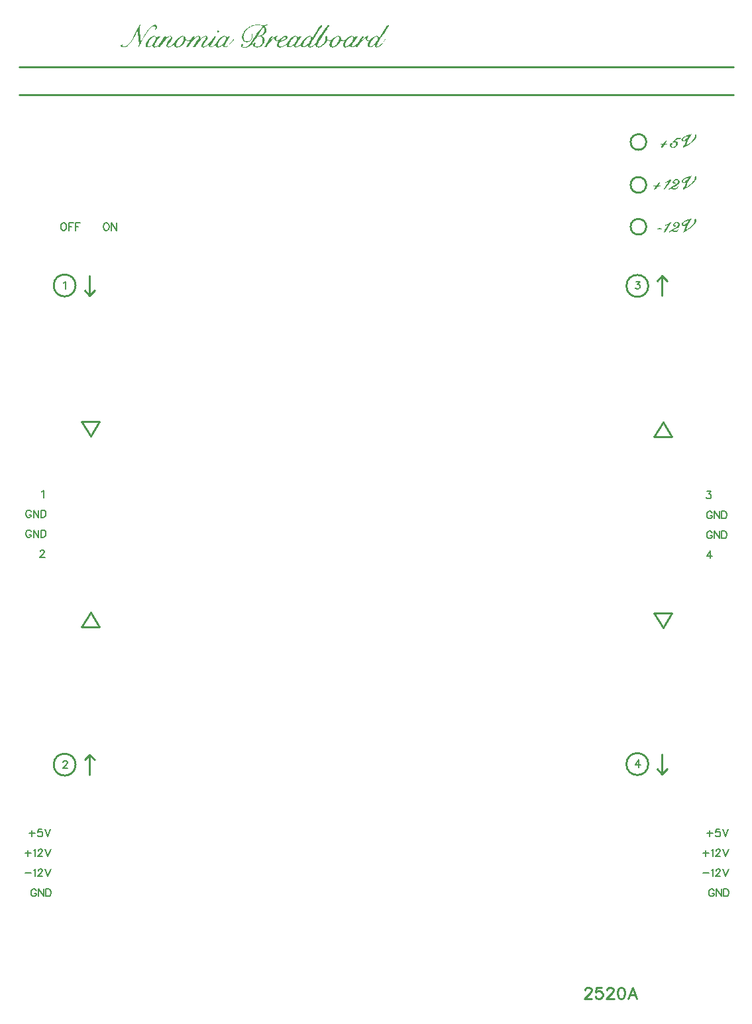
<source format=gto>
G04 Layer: TopSilkscreenLayer*
G04 EasyEDA v6.5.34, 2023-08-21 18:11:39*
G04 55fea8646dbd4ef485edb4a4bd6a11f4,5a6b42c53f6a479593ecc07194224c93,10*
G04 Gerber Generator version 0.2*
G04 Scale: 100 percent, Rotated: No, Reflected: No *
G04 Dimensions in millimeters *
G04 leading zeros omitted , absolute positions ,4 integer and 5 decimal *
%FSLAX45Y45*%
%MOMM*%

%ADD10C,0.2540*%
%ADD11C,0.2032*%
%ADD12C,0.1524*%

%LPD*%
G36*
X3181604Y12721793D02*
G01*
X3178302Y12721539D01*
X3173984Y12720523D01*
X3168548Y12718694D01*
X3161995Y12716103D01*
X3147822Y12709804D01*
X3142538Y12707670D01*
X3137966Y12706350D01*
X3133750Y12705791D01*
X3129381Y12705943D01*
X3124504Y12706807D01*
X3118612Y12708331D01*
X3106623Y12711887D01*
X3096260Y12714071D01*
X3084626Y12715697D01*
X3072130Y12716814D01*
X3059125Y12717373D01*
X3045866Y12717322D01*
X3032709Y12716764D01*
X3020009Y12715646D01*
X3008122Y12713970D01*
X3002534Y12712954D01*
X2992424Y12710414D01*
X2980029Y12706400D01*
X2967990Y12701778D01*
X2956407Y12696647D01*
X2945282Y12691008D01*
X2934665Y12684861D01*
X2924556Y12678206D01*
X2914954Y12671145D01*
X2905912Y12663678D01*
X2897428Y12655753D01*
X2889605Y12647523D01*
X2882341Y12638887D01*
X2875788Y12629997D01*
X2869895Y12620752D01*
X2864713Y12611252D01*
X2860243Y12601498D01*
X2856534Y12591491D01*
X2853639Y12581331D01*
X2851505Y12570968D01*
X2850896Y12565024D01*
X2850946Y12558826D01*
X2851556Y12552476D01*
X2852775Y12546025D01*
X2854502Y12539624D01*
X2856687Y12533325D01*
X2859328Y12527280D01*
X2862376Y12521590D01*
X2865780Y12516358D01*
X2869488Y12511684D01*
X2873451Y12507671D01*
X2877667Y12504420D01*
X2882442Y12501575D01*
X2887268Y12499136D01*
X2892094Y12497155D01*
X2896971Y12495580D01*
X2901848Y12494463D01*
X2906674Y12493701D01*
X2911500Y12493396D01*
X2916326Y12493447D01*
X2921050Y12493904D01*
X2925775Y12494717D01*
X2930347Y12495936D01*
X2934919Y12497460D01*
X2939338Y12499340D01*
X2943656Y12501575D01*
X2947873Y12504115D01*
X2951937Y12506960D01*
X2955848Y12510160D01*
X2959608Y12513614D01*
X2963214Y12517374D01*
X2966618Y12521387D01*
X2969818Y12525705D01*
X2972816Y12530226D01*
X2975559Y12535052D01*
X2978099Y12540081D01*
X2980385Y12545364D01*
X2982366Y12550851D01*
X2984093Y12556540D01*
X2985566Y12562484D01*
X2986735Y12568580D01*
X2987548Y12574828D01*
X2988056Y12581280D01*
X2988259Y12587884D01*
X2988106Y12595707D01*
X2987649Y12601905D01*
X2987040Y12606528D01*
X2986176Y12609576D01*
X2985211Y12611049D01*
X2984144Y12611049D01*
X2983026Y12609576D01*
X2981909Y12606680D01*
X2980842Y12602362D01*
X2979877Y12596672D01*
X2979013Y12589611D01*
X2977692Y12573762D01*
X2976778Y12566650D01*
X2975559Y12559893D01*
X2974035Y12553492D01*
X2972257Y12547447D01*
X2970225Y12541758D01*
X2967888Y12536424D01*
X2965297Y12531496D01*
X2962452Y12526873D01*
X2959303Y12522657D01*
X2955950Y12518847D01*
X2952292Y12515392D01*
X2948432Y12512344D01*
X2944266Y12509703D01*
X2939897Y12507417D01*
X2935274Y12505537D01*
X2930398Y12504115D01*
X2925318Y12503048D01*
X2919984Y12502438D01*
X2914396Y12502235D01*
X2909671Y12502489D01*
X2905150Y12503200D01*
X2900934Y12504470D01*
X2896920Y12506147D01*
X2893161Y12508230D01*
X2889656Y12510770D01*
X2886405Y12513665D01*
X2883458Y12516967D01*
X2880766Y12520574D01*
X2878328Y12524536D01*
X2876194Y12528753D01*
X2874365Y12533325D01*
X2872790Y12538100D01*
X2871520Y12543129D01*
X2870555Y12548362D01*
X2869895Y12553797D01*
X2869539Y12559385D01*
X2869488Y12565176D01*
X2870352Y12577064D01*
X2871317Y12583109D01*
X2872587Y12589256D01*
X2874162Y12595453D01*
X2876092Y12601651D01*
X2878378Y12607899D01*
X2881020Y12614046D01*
X2884017Y12620193D01*
X2887370Y12626289D01*
X2890266Y12630962D01*
X2896768Y12640005D01*
X2904236Y12648692D01*
X2912516Y12656921D01*
X2921558Y12664744D01*
X2931261Y12672060D01*
X2941624Y12678918D01*
X2952496Y12685166D01*
X2963824Y12690856D01*
X2975559Y12695936D01*
X2987548Y12700355D01*
X2999740Y12704064D01*
X3005886Y12705689D01*
X3018282Y12708280D01*
X3030677Y12710160D01*
X3043021Y12711226D01*
X3055213Y12711430D01*
X3067202Y12710820D01*
X3078886Y12709245D01*
X3092602Y12706654D01*
X3098038Y12705435D01*
X3102508Y12704114D01*
X3106064Y12702692D01*
X3108655Y12701117D01*
X3110331Y12699288D01*
X3111042Y12697206D01*
X3110890Y12694716D01*
X3109823Y12691872D01*
X3107893Y12688519D01*
X3105048Y12684607D01*
X3101340Y12680137D01*
X3081680Y12658953D01*
X3075025Y12651486D01*
X3068269Y12643408D01*
X3061360Y12634722D01*
X3054299Y12625273D01*
X3047034Y12615113D01*
X3031744Y12592202D01*
X3015183Y12565684D01*
X2994710Y12532055D01*
X2984804Y12516510D01*
X2975559Y12502489D01*
X2966821Y12489992D01*
X2958541Y12478867D01*
X2950718Y12469063D01*
X2943199Y12460528D01*
X2935986Y12453264D01*
X2928975Y12447066D01*
X2922117Y12442037D01*
X2918764Y12439853D01*
X2912008Y12436297D01*
X2908655Y12434824D01*
X2901848Y12432588D01*
X2894990Y12431217D01*
X2891485Y12430760D01*
X2884322Y12430455D01*
X2876854Y12430760D01*
X2870809Y12431522D01*
X2866136Y12432792D01*
X2862783Y12434620D01*
X2860802Y12436957D01*
X2860192Y12439802D01*
X2860852Y12443206D01*
X2865120Y12451689D01*
X2866237Y12456007D01*
X2866237Y12460020D01*
X2865221Y12463576D01*
X2863189Y12466574D01*
X2860243Y12468809D01*
X2856433Y12470282D01*
X2851810Y12470790D01*
X2846527Y12470130D01*
X2842310Y12468301D01*
X2839212Y12465507D01*
X2837129Y12461900D01*
X2836113Y12457684D01*
X2836062Y12453112D01*
X2837078Y12448286D01*
X2839008Y12443409D01*
X2841904Y12438786D01*
X2845714Y12434468D01*
X2850489Y12430709D01*
X2856128Y12427762D01*
X2863088Y12425070D01*
X2869590Y12423190D01*
X2875940Y12422124D01*
X2882493Y12421819D01*
X2889504Y12422327D01*
X2897327Y12423597D01*
X2906217Y12425730D01*
X2920136Y12429794D01*
X2927299Y12432639D01*
X2934512Y12436297D01*
X2941828Y12440716D01*
X2949244Y12445949D01*
X2956763Y12451994D01*
X2964383Y12458852D01*
X2972155Y12466523D01*
X2980029Y12475057D01*
X2988056Y12484455D01*
X2996234Y12494717D01*
X3004616Y12505842D01*
X3013151Y12517882D01*
X3021888Y12530836D01*
X3030829Y12544653D01*
X3074263Y12615824D01*
X3092856Y12644577D01*
X3100578Y12655804D01*
X3107334Y12664948D01*
X3113176Y12672161D01*
X3118154Y12677444D01*
X3122320Y12680899D01*
X3124098Y12681966D01*
X3125673Y12682575D01*
X3127095Y12682778D01*
X3128314Y12682575D01*
X3129381Y12681966D01*
X3132226Y12678918D01*
X3134461Y12675108D01*
X3136138Y12670586D01*
X3137255Y12665456D01*
X3137814Y12659868D01*
X3137916Y12653873D01*
X3137509Y12647574D01*
X3136595Y12641122D01*
X3135223Y12634620D01*
X3133445Y12628118D01*
X3131210Y12621717D01*
X3128568Y12615621D01*
X3125520Y12609830D01*
X3122168Y12604445D01*
X3118408Y12599670D01*
X3114294Y12595504D01*
X3111144Y12592913D01*
X3103118Y12587732D01*
X3093923Y12583007D01*
X3089249Y12581026D01*
X3084626Y12579350D01*
X3073044Y12575895D01*
X3067761Y12573711D01*
X3064459Y12571526D01*
X3063189Y12569494D01*
X3063900Y12567716D01*
X3066694Y12566294D01*
X3071571Y12565380D01*
X3078480Y12565075D01*
X3084830Y12564262D01*
X3091230Y12562078D01*
X3097377Y12558623D01*
X3102914Y12554051D01*
X3105962Y12550749D01*
X3108452Y12547498D01*
X3110382Y12544094D01*
X3111804Y12540335D01*
X3112820Y12536068D01*
X3113481Y12531039D01*
X3113836Y12525044D01*
X3113938Y12517932D01*
X3113735Y12511278D01*
X3113125Y12504775D01*
X3112160Y12498476D01*
X3110839Y12492380D01*
X3109163Y12486538D01*
X3107182Y12480899D01*
X3104845Y12475514D01*
X3102203Y12470434D01*
X3099308Y12465608D01*
X3096107Y12461036D01*
X3092653Y12456820D01*
X3088995Y12452908D01*
X3085084Y12449352D01*
X3080969Y12446152D01*
X3076600Y12443307D01*
X3072130Y12440818D01*
X3067456Y12438786D01*
X3062579Y12437110D01*
X3057652Y12435890D01*
X3052521Y12435128D01*
X3047339Y12434773D01*
X3042005Y12434925D01*
X3036620Y12435535D01*
X3031185Y12436652D01*
X3026156Y12438634D01*
X3022092Y12441783D01*
X3019044Y12445796D01*
X3017113Y12450521D01*
X3016300Y12455804D01*
X3016656Y12461341D01*
X3018332Y12467031D01*
X3021228Y12472670D01*
X3024886Y12478562D01*
X3026054Y12482169D01*
X3024784Y12484404D01*
X3021126Y12486182D01*
X3016148Y12487198D01*
X3011170Y12486538D01*
X3006394Y12484506D01*
X3002026Y12481204D01*
X2998266Y12476835D01*
X2995320Y12471603D01*
X2993440Y12465761D01*
X2992729Y12459411D01*
X2993339Y12451181D01*
X2995523Y12445034D01*
X2999994Y12439954D01*
X3007309Y12434824D01*
X3011982Y12432284D01*
X3016808Y12430201D01*
X3021888Y12428474D01*
X3027070Y12427204D01*
X3032455Y12426391D01*
X3037941Y12425934D01*
X3043478Y12425934D01*
X3049168Y12426289D01*
X3054858Y12427051D01*
X3060598Y12428220D01*
X3066338Y12429744D01*
X3072079Y12431674D01*
X3077768Y12434011D01*
X3083407Y12436652D01*
X3088944Y12439700D01*
X3094431Y12443104D01*
X3099765Y12446863D01*
X3104946Y12450927D01*
X3109976Y12455398D01*
X3114802Y12460173D01*
X3119424Y12465202D01*
X3123488Y12470079D01*
X3127095Y12474854D01*
X3130245Y12479528D01*
X3132937Y12484252D01*
X3135172Y12489027D01*
X3137001Y12493853D01*
X3138424Y12498882D01*
X3139541Y12504115D01*
X3140303Y12509652D01*
X3140710Y12515494D01*
X3140862Y12521692D01*
X3140405Y12529769D01*
X3139084Y12537135D01*
X3136849Y12543840D01*
X3133750Y12549886D01*
X3129788Y12555270D01*
X3124911Y12559944D01*
X3119170Y12563906D01*
X3112566Y12567259D01*
X3098901Y12573000D01*
X3119932Y12583820D01*
X3125266Y12587020D01*
X3130245Y12590424D01*
X3134918Y12593980D01*
X3139287Y12597739D01*
X3143250Y12601600D01*
X3146907Y12605562D01*
X3150209Y12609677D01*
X3153156Y12613894D01*
X3155746Y12618212D01*
X3157931Y12622631D01*
X3159810Y12627102D01*
X3161284Y12631623D01*
X3162401Y12636246D01*
X3163112Y12640868D01*
X3163468Y12645542D01*
X3163468Y12650216D01*
X3163011Y12654940D01*
X3162198Y12659664D01*
X3160979Y12664338D01*
X3159353Y12669012D01*
X3157321Y12673634D01*
X3154883Y12678257D01*
X3146094Y12691973D01*
X3143707Y12697460D01*
X3144621Y12700812D01*
X3148685Y12703505D01*
X3152902Y12705334D01*
X3158540Y12707315D01*
X3164890Y12709194D01*
X3176828Y12712293D01*
X3181451Y12714173D01*
X3184601Y12716154D01*
X3185718Y12718034D01*
X3185312Y12720015D01*
X3183940Y12721285D01*
G37*
G36*
X1546148Y12717678D02*
G01*
X1542999Y12716459D01*
X1539290Y12713157D01*
X1535582Y12708331D01*
X1532229Y12702387D01*
X1527098Y12690754D01*
X1525524Y12686538D01*
X1524457Y12682575D01*
X1520799Y12673838D01*
X1505508Y12640564D01*
X1496517Y12621666D01*
X1480159Y12589256D01*
X1464056Y12559842D01*
X1456080Y12546228D01*
X1448206Y12533376D01*
X1440383Y12521285D01*
X1432661Y12509957D01*
X1425041Y12499390D01*
X1417472Y12489586D01*
X1410004Y12480594D01*
X1402689Y12472416D01*
X1395425Y12464999D01*
X1388313Y12458395D01*
X1381302Y12452553D01*
X1374394Y12447574D01*
X1367637Y12443409D01*
X1360982Y12440056D01*
X1354480Y12437516D01*
X1348130Y12435840D01*
X1341932Y12434976D01*
X1338834Y12434874D01*
X1333347Y12435332D01*
X1329791Y12436652D01*
X1327962Y12439091D01*
X1327708Y12442748D01*
X1328216Y12452908D01*
X1326692Y12458700D01*
X1322527Y12461138D01*
X1315110Y12460986D01*
X1309624Y12459665D01*
X1305458Y12457226D01*
X1302664Y12453975D01*
X1301191Y12450064D01*
X1301242Y12445796D01*
X1302715Y12441377D01*
X1305712Y12437059D01*
X1310284Y12433096D01*
X1315618Y12430048D01*
X1321765Y12427915D01*
X1328470Y12426645D01*
X1335633Y12426238D01*
X1342948Y12426696D01*
X1350416Y12428016D01*
X1357680Y12430252D01*
X1364742Y12433300D01*
X1372616Y12437719D01*
X1380439Y12442799D01*
X1388160Y12448540D01*
X1395882Y12455042D01*
X1403553Y12462205D01*
X1411173Y12470130D01*
X1418793Y12478816D01*
X1426464Y12488316D01*
X1434134Y12498578D01*
X1441805Y12509652D01*
X1449527Y12521539D01*
X1457350Y12534290D01*
X1465224Y12547955D01*
X1473200Y12562484D01*
X1481328Y12577876D01*
X1520393Y12657074D01*
X1520494Y12623241D01*
X1521002Y12612065D01*
X1523288Y12583566D01*
X1524863Y12567818D01*
X1528622Y12536881D01*
X1530350Y12520828D01*
X1531620Y12504826D01*
X1532483Y12489484D01*
X1532890Y12475464D01*
X1532737Y12463475D01*
X1531874Y12445542D01*
X1532026Y12435230D01*
X1532839Y12428372D01*
X1534312Y12425934D01*
X1535887Y12426289D01*
X1537208Y12427305D01*
X1538122Y12428829D01*
X1538630Y12431979D01*
X1540205Y12436754D01*
X1547469Y12453518D01*
X1558899Y12477648D01*
X1573123Y12506299D01*
X1588617Y12536627D01*
X1604010Y12565735D01*
X1617776Y12590830D01*
X1628597Y12609068D01*
X1635556Y12619380D01*
X1645412Y12632944D01*
X1655216Y12645339D01*
X1664919Y12656566D01*
X1674418Y12666573D01*
X1683664Y12675311D01*
X1692656Y12682728D01*
X1701292Y12688773D01*
X1709470Y12693396D01*
X1713433Y12695174D01*
X1717243Y12696545D01*
X1720900Y12697561D01*
X1724456Y12698222D01*
X1727860Y12698425D01*
X1731111Y12698272D01*
X1734210Y12697714D01*
X1739442Y12695783D01*
X1742744Y12692735D01*
X1744421Y12687960D01*
X1744929Y12680899D01*
X1744319Y12674752D01*
X1742744Y12668504D01*
X1740357Y12662865D01*
X1737461Y12658547D01*
X1733600Y12654026D01*
X1732330Y12651587D01*
X1733702Y12650520D01*
X1737715Y12650317D01*
X1741424Y12651181D01*
X1745742Y12653467D01*
X1750466Y12656921D01*
X1755190Y12661239D01*
X1759661Y12666065D01*
X1763572Y12671196D01*
X1766570Y12676225D01*
X1768449Y12680950D01*
X1769211Y12685826D01*
X1768957Y12690805D01*
X1767789Y12695631D01*
X1765807Y12700203D01*
X1763064Y12704419D01*
X1759559Y12708128D01*
X1755495Y12711176D01*
X1750822Y12713512D01*
X1747113Y12714630D01*
X1743151Y12715240D01*
X1738985Y12715443D01*
X1734667Y12715138D01*
X1730146Y12714376D01*
X1725472Y12713157D01*
X1720646Y12711480D01*
X1715668Y12709398D01*
X1710588Y12706858D01*
X1705406Y12703911D01*
X1700174Y12700508D01*
X1694840Y12696698D01*
X1689455Y12692532D01*
X1678533Y12682931D01*
X1669237Y12673584D01*
X1661820Y12665557D01*
X1654657Y12657328D01*
X1647698Y12648742D01*
X1640839Y12639649D01*
X1633982Y12630048D01*
X1627124Y12619685D01*
X1620062Y12608509D01*
X1612849Y12596418D01*
X1605280Y12583210D01*
X1589024Y12553188D01*
X1556613Y12491008D01*
X1556410Y12526416D01*
X1555902Y12537135D01*
X1553667Y12562535D01*
X1550263Y12588494D01*
X1548282Y12600686D01*
X1546606Y12613944D01*
X1545336Y12627711D01*
X1544472Y12641630D01*
X1544066Y12655296D01*
X1544015Y12668351D01*
X1544472Y12680442D01*
X1545285Y12691211D01*
X1546555Y12700254D01*
X1547317Y12704013D01*
X1550517Y12713411D01*
X1550466Y12715849D01*
X1549044Y12717221D01*
G37*
G36*
X3869436Y12713868D02*
G01*
X3864610Y12712954D01*
X3859276Y12710871D01*
X3853840Y12707721D01*
X3848760Y12703556D01*
X3844340Y12698577D01*
X3834129Y12683439D01*
X3804462Y12636906D01*
X3768851Y12580213D01*
X3759098Y12565786D01*
X3755491Y12561011D01*
X3752545Y12557658D01*
X3750259Y12555626D01*
X3748379Y12554762D01*
X3746906Y12554864D01*
X3745687Y12555931D01*
X3741826Y12561722D01*
X3737762Y12565583D01*
X3732987Y12568986D01*
X3728008Y12571323D01*
X3724351Y12572288D01*
X3720337Y12572695D01*
X3716070Y12572644D01*
X3711549Y12572085D01*
X3706774Y12571018D01*
X3701796Y12569545D01*
X3696665Y12567666D01*
X3691382Y12565329D01*
X3685997Y12562636D01*
X3680510Y12559588D01*
X3674922Y12556185D01*
X3663797Y12548463D01*
X3658260Y12544145D01*
X3647440Y12534798D01*
X3642156Y12529769D01*
X3632149Y12519152D01*
X3623005Y12507925D01*
X3618788Y12502134D01*
X3614928Y12496241D01*
X3607815Y12484506D01*
X3603904Y12478867D01*
X3599637Y12473381D01*
X3595115Y12468148D01*
X3590340Y12463119D01*
X3585413Y12458395D01*
X3580384Y12453975D01*
X3570325Y12446304D01*
X3565398Y12443104D01*
X3560622Y12440412D01*
X3556101Y12438176D01*
X3551885Y12436551D01*
X3548024Y12435535D01*
X3544570Y12435128D01*
X3541623Y12435433D01*
X3539185Y12436398D01*
X3537356Y12438176D01*
X3536238Y12440716D01*
X3535832Y12444069D01*
X3536340Y12449200D01*
X3537965Y12455144D01*
X3540810Y12462205D01*
X3545027Y12470587D01*
X3550818Y12480645D01*
X3558336Y12492634D01*
X3567684Y12506858D01*
X3590188Y12539827D01*
X3599281Y12553492D01*
X3607104Y12565989D01*
X3607663Y12567310D01*
X3606596Y12568174D01*
X3603751Y12568885D01*
X3599535Y12569393D01*
X3594354Y12569545D01*
X3588258Y12568986D01*
X3583127Y12567208D01*
X3579114Y12564313D01*
X3576065Y12560249D01*
X3573068Y12555118D01*
X3570274Y12553645D01*
X3566312Y12556032D01*
X3556660Y12565176D01*
X3553510Y12567462D01*
X3550259Y12569342D01*
X3546805Y12570866D01*
X3543249Y12572034D01*
X3539540Y12572796D01*
X3535730Y12573203D01*
X3531768Y12573203D01*
X3527755Y12572898D01*
X3523589Y12572187D01*
X3519373Y12571171D01*
X3515055Y12569799D01*
X3510635Y12568072D01*
X3501694Y12563602D01*
X3497122Y12560858D01*
X3487928Y12554458D01*
X3478580Y12546736D01*
X3469233Y12537795D01*
X3459987Y12527635D01*
X3450793Y12516358D01*
X3433216Y12492177D01*
X3428644Y12486640D01*
X3419043Y12476226D01*
X3414064Y12471400D01*
X3403752Y12462459D01*
X3398418Y12458395D01*
X3393033Y12454636D01*
X3382111Y12447981D01*
X3376625Y12445136D01*
X3371087Y12442647D01*
X3365500Y12440462D01*
X3359962Y12438583D01*
X3352037Y12436602D01*
X3345230Y12435840D01*
X3339592Y12436246D01*
X3335020Y12437922D01*
X3331362Y12440920D01*
X3328670Y12445238D01*
X3326841Y12450927D01*
X3325774Y12458039D01*
X3325368Y12464796D01*
X3325368Y12470739D01*
X3325876Y12476022D01*
X3326993Y12480645D01*
X3328720Y12484760D01*
X3331159Y12488468D01*
X3334359Y12491770D01*
X3338372Y12494818D01*
X3343300Y12497612D01*
X3349193Y12500356D01*
X3356152Y12502997D01*
X3371392Y12508179D01*
X3384956Y12513513D01*
X3391306Y12516358D01*
X3402939Y12522403D01*
X3408172Y12525502D01*
X3412998Y12528651D01*
X3421227Y12535052D01*
X3424580Y12538202D01*
X3427374Y12541300D01*
X3429609Y12544348D01*
X3431286Y12547346D01*
X3432251Y12550190D01*
X3432606Y12552984D01*
X3432301Y12557607D01*
X3431286Y12561620D01*
X3429711Y12565075D01*
X3427577Y12567920D01*
X3424834Y12570206D01*
X3421634Y12571933D01*
X3417925Y12573050D01*
X3413810Y12573660D01*
X3409238Y12573711D01*
X3404311Y12573152D01*
X3399028Y12572136D01*
X3393440Y12570510D01*
X3387598Y12568377D01*
X3381451Y12565684D01*
X3375151Y12562535D01*
X3368649Y12558826D01*
X3361994Y12554559D01*
X3355187Y12549835D01*
X3348329Y12544602D01*
X3332734Y12531699D01*
X3324809Y12525959D01*
X3317544Y12521590D01*
X3310991Y12518593D01*
X3305098Y12516967D01*
X3299815Y12516713D01*
X3295192Y12517780D01*
X3291179Y12520218D01*
X3288233Y12523165D01*
X3286201Y12526365D01*
X3285134Y12529921D01*
X3284931Y12533884D01*
X3285693Y12538303D01*
X3287318Y12543282D01*
X3289960Y12548819D01*
X3299764Y12565735D01*
X3301746Y12571425D01*
X3299409Y12573660D01*
X3292703Y12574016D01*
X3290163Y12573558D01*
X3286760Y12572187D01*
X3282594Y12570053D01*
X3272536Y12563754D01*
X3261360Y12555474D01*
X3219704Y12520472D01*
X3217875Y12519863D01*
X3219196Y12523419D01*
X3223412Y12530480D01*
X3240430Y12555270D01*
X3243376Y12560096D01*
X3245002Y12563551D01*
X3245307Y12565837D01*
X3244443Y12567310D01*
X3242513Y12568174D01*
X3239617Y12568783D01*
X3235401Y12569190D01*
X3231134Y12569190D01*
X3227273Y12568783D01*
X3224276Y12568072D01*
X3221532Y12565126D01*
X3216097Y12557760D01*
X3199333Y12533325D01*
X3178505Y12501676D01*
X3149396Y12455753D01*
X3142538Y12444272D01*
X3136798Y12433757D01*
X3136392Y12432436D01*
X3137408Y12431623D01*
X3140303Y12431014D01*
X3144570Y12430556D01*
X3149752Y12430404D01*
X3157067Y12431166D01*
X3162706Y12434214D01*
X3167888Y12440716D01*
X3175914Y12455144D01*
X3178657Y12459258D01*
X3186277Y12469317D01*
X3195980Y12481102D01*
X3207156Y12493904D01*
X3218992Y12506858D01*
X3230778Y12519253D01*
X3241802Y12530277D01*
X3251301Y12539116D01*
X3258515Y12544958D01*
X3261106Y12546533D01*
X3262782Y12547092D01*
X3264255Y12546228D01*
X3265424Y12543790D01*
X3266236Y12540234D01*
X3267252Y12529718D01*
X3269284Y12523978D01*
X3272485Y12518898D01*
X3276650Y12514580D01*
X3281679Y12511125D01*
X3283794Y12510211D01*
X3343503Y12510211D01*
X3344011Y12513208D01*
X3345738Y12517018D01*
X3348736Y12521641D01*
X3352850Y12526924D01*
X3358083Y12532868D01*
X3364382Y12539319D01*
X3371646Y12546279D01*
X3377234Y12551206D01*
X3382518Y12555423D01*
X3387445Y12558877D01*
X3391915Y12561570D01*
X3395979Y12563449D01*
X3399586Y12564567D01*
X3402736Y12564922D01*
X3405327Y12564465D01*
X3407410Y12563195D01*
X3408934Y12561163D01*
X3409848Y12558318D01*
X3410153Y12554610D01*
X3409391Y12549835D01*
X3407206Y12544450D01*
X3403955Y12539167D01*
X3399993Y12534646D01*
X3396640Y12531852D01*
X3392220Y12528753D01*
X3381400Y12522301D01*
X3369310Y12516154D01*
X3357879Y12511125D01*
X3352952Y12509347D01*
X3348939Y12508179D01*
X3345992Y12507772D01*
X3344367Y12508179D01*
X3343503Y12510211D01*
X3283794Y12510211D01*
X3287318Y12508687D01*
X3293465Y12507468D01*
X3299968Y12507518D01*
X3314598Y12509246D01*
X3306368Y12491161D01*
X3302812Y12482322D01*
X3300272Y12473838D01*
X3298799Y12465761D01*
X3298342Y12458242D01*
X3298951Y12451283D01*
X3300577Y12445034D01*
X3303219Y12439548D01*
X3306927Y12434874D01*
X3309772Y12432436D01*
X3313023Y12430404D01*
X3316630Y12428728D01*
X3320592Y12427458D01*
X3324809Y12426594D01*
X3329381Y12426086D01*
X3334156Y12425934D01*
X3339185Y12426137D01*
X3344418Y12426746D01*
X3349853Y12427712D01*
X3355390Y12428982D01*
X3361080Y12430607D01*
X3372764Y12434874D01*
X3378657Y12437516D01*
X3384550Y12440462D01*
X3396386Y12447320D01*
X3402228Y12451232D01*
X3407968Y12455398D01*
X3423615Y12467386D01*
X3423615Y12457836D01*
X3452266Y12457836D01*
X3452317Y12461290D01*
X3452672Y12464948D01*
X3454196Y12472873D01*
X3456787Y12481458D01*
X3460496Y12490602D01*
X3465220Y12500152D01*
X3470960Y12509906D01*
X3477818Y12519761D01*
X3481578Y12524689D01*
X3489960Y12534392D01*
X3499307Y12543840D01*
X3505301Y12549124D01*
X3511092Y12553696D01*
X3516782Y12557556D01*
X3522167Y12560706D01*
X3527348Y12563094D01*
X3532124Y12564719D01*
X3536543Y12565583D01*
X3540556Y12565684D01*
X3544062Y12564973D01*
X3547008Y12563500D01*
X3549345Y12561112D01*
X3551072Y12557963D01*
X3552240Y12554000D01*
X3552850Y12549682D01*
X3552901Y12545009D01*
X3552444Y12539980D01*
X3551529Y12534747D01*
X3550107Y12529312D01*
X3548278Y12523622D01*
X3545992Y12517831D01*
X3543300Y12511938D01*
X3540251Y12505994D01*
X3536848Y12500000D01*
X3533089Y12494056D01*
X3529025Y12488164D01*
X3524656Y12482372D01*
X3520033Y12476734D01*
X3515207Y12471298D01*
X3510076Y12466066D01*
X3504793Y12461087D01*
X3499307Y12456414D01*
X3493668Y12452045D01*
X3488944Y12448794D01*
X3484473Y12446101D01*
X3480358Y12443917D01*
X3476498Y12442240D01*
X3472942Y12441021D01*
X3469640Y12440310D01*
X3466642Y12440005D01*
X3463950Y12440158D01*
X3461512Y12440716D01*
X3459378Y12441682D01*
X3457549Y12443002D01*
X3455974Y12444679D01*
X3454654Y12446711D01*
X3453637Y12449048D01*
X3452418Y12454636D01*
X3452266Y12457836D01*
X3423615Y12457836D01*
X3423970Y12451029D01*
X3424885Y12446050D01*
X3426409Y12441631D01*
X3428441Y12437770D01*
X3431032Y12434468D01*
X3434079Y12431776D01*
X3437585Y12429642D01*
X3441496Y12428067D01*
X3445814Y12427051D01*
X3450437Y12426645D01*
X3455365Y12426797D01*
X3460597Y12427559D01*
X3466033Y12428880D01*
X3471722Y12430810D01*
X3477564Y12433249D01*
X3483508Y12436348D01*
X3489604Y12440005D01*
X3495751Y12444222D01*
X3501948Y12449048D01*
X3508146Y12454432D01*
X3518611Y12464084D01*
X3515715Y12452350D01*
X3514902Y12446762D01*
X3515461Y12441682D01*
X3517188Y12437262D01*
X3519982Y12433503D01*
X3523640Y12430455D01*
X3528110Y12428169D01*
X3533190Y12426746D01*
X3538829Y12426188D01*
X3544773Y12426543D01*
X3550970Y12427915D01*
X3557270Y12430302D01*
X3563518Y12433808D01*
X3576015Y12442393D01*
X3603193Y12462408D01*
X3603193Y12452604D01*
X3630422Y12452604D01*
X3630523Y12459157D01*
X3631641Y12466675D01*
X3633825Y12475006D01*
X3637076Y12483947D01*
X3641344Y12493244D01*
X3644595Y12499390D01*
X3651656Y12511176D01*
X3659327Y12522149D01*
X3667455Y12532156D01*
X3675837Y12541097D01*
X3680104Y12545110D01*
X3688638Y12552121D01*
X3692855Y12555067D01*
X3697020Y12557658D01*
X3701135Y12559842D01*
X3705148Y12561570D01*
X3709060Y12562890D01*
X3712819Y12563754D01*
X3716426Y12564160D01*
X3719880Y12564008D01*
X3725519Y12562789D01*
X3729177Y12560147D01*
X3731361Y12555423D01*
X3732529Y12548006D01*
X3732631Y12543942D01*
X3732174Y12539573D01*
X3731209Y12534950D01*
X3729736Y12530074D01*
X3727856Y12525044D01*
X3725519Y12519812D01*
X3722827Y12514478D01*
X3716426Y12503607D01*
X3708908Y12492736D01*
X3700526Y12482118D01*
X3691534Y12472060D01*
X3682237Y12462865D01*
X3672840Y12454788D01*
X3668217Y12451334D01*
X3663645Y12448235D01*
X3659225Y12445593D01*
X3654958Y12443409D01*
X3650843Y12441732D01*
X3646982Y12440615D01*
X3643325Y12440107D01*
X3639972Y12440208D01*
X3636924Y12440970D01*
X3633622Y12443307D01*
X3631488Y12447270D01*
X3630422Y12452604D01*
X3603193Y12452604D01*
X3603498Y12446863D01*
X3604514Y12442647D01*
X3606088Y12438888D01*
X3608222Y12435687D01*
X3610914Y12432944D01*
X3614064Y12430658D01*
X3617620Y12428931D01*
X3621633Y12427661D01*
X3625951Y12426899D01*
X3630574Y12426645D01*
X3635451Y12426899D01*
X3640582Y12427610D01*
X3645915Y12428880D01*
X3651351Y12430607D01*
X3656888Y12432842D01*
X3662476Y12435535D01*
X3668064Y12438786D01*
X3673652Y12442494D01*
X3679139Y12446711D01*
X3684524Y12451435D01*
X3696309Y12462408D01*
X3694226Y12451588D01*
X3693922Y12446660D01*
X3694785Y12441732D01*
X3696715Y12437160D01*
X3699611Y12433350D01*
X3702558Y12430861D01*
X3705758Y12428829D01*
X3709212Y12427407D01*
X3712921Y12426492D01*
X3716883Y12426086D01*
X3721100Y12426188D01*
X3725519Y12426848D01*
X3730142Y12427966D01*
X3734968Y12429642D01*
X3739997Y12431826D01*
X3745179Y12434468D01*
X3750513Y12437668D01*
X3756050Y12441326D01*
X3761689Y12445492D01*
X3767480Y12450165D01*
X3782872Y12463678D01*
X3787698Y12466980D01*
X3789121Y12465558D01*
X3788359Y12459817D01*
X3788105Y12454229D01*
X3789527Y12448743D01*
X3792728Y12443206D01*
X3797757Y12437414D01*
X3801516Y12434112D01*
X3805580Y12431420D01*
X3810000Y12429236D01*
X3814724Y12427661D01*
X3819804Y12426594D01*
X3825138Y12426086D01*
X3830777Y12426188D01*
X3836670Y12426797D01*
X3842816Y12427966D01*
X3849217Y12429744D01*
X3855872Y12432030D01*
X3862679Y12434925D01*
X3867150Y12437160D01*
X3871925Y12440056D01*
X3877005Y12443510D01*
X3887774Y12451842D01*
X3898747Y12461494D01*
X3909364Y12471908D01*
X3919016Y12482525D01*
X3923334Y12487656D01*
X3927094Y12492634D01*
X3930345Y12497358D01*
X3932986Y12501727D01*
X3938422Y12513411D01*
X3941826Y12516764D01*
X3946956Y12516459D01*
X3955643Y12513106D01*
X3962044Y12510871D01*
X3968343Y12509449D01*
X3973829Y12508941D01*
X3980942Y12510058D01*
X3981754Y12507976D01*
X3980078Y12502438D01*
X3973068Y12486182D01*
X3970883Y12480239D01*
X3969207Y12474651D01*
X3968038Y12469368D01*
X3967378Y12464491D01*
X3967280Y12460020D01*
X3996080Y12460020D01*
X3996385Y12465558D01*
X3997147Y12471298D01*
X3998417Y12477191D01*
X4000093Y12483185D01*
X4002227Y12489281D01*
X4004767Y12495377D01*
X4007662Y12501473D01*
X4010914Y12507569D01*
X4014520Y12513564D01*
X4018432Y12519456D01*
X4022648Y12525146D01*
X4027119Y12530683D01*
X4031894Y12536017D01*
X4036822Y12540996D01*
X4042003Y12545720D01*
X4047337Y12550089D01*
X4053890Y12554864D01*
X4059885Y12558674D01*
X4065422Y12561570D01*
X4070400Y12563551D01*
X4074922Y12564567D01*
X4078884Y12564668D01*
X4082338Y12563906D01*
X4085285Y12562179D01*
X4087672Y12559487D01*
X4089501Y12555931D01*
X4090822Y12551460D01*
X4091584Y12546025D01*
X4091736Y12540691D01*
X4091279Y12535154D01*
X4090365Y12529312D01*
X4088942Y12523317D01*
X4087063Y12517221D01*
X4084777Y12510973D01*
X4082084Y12504724D01*
X4079036Y12498425D01*
X4072077Y12486081D01*
X4064101Y12474295D01*
X4059783Y12468707D01*
X4055364Y12463424D01*
X4050842Y12458446D01*
X4046220Y12453823D01*
X4041546Y12449606D01*
X4036872Y12445898D01*
X4032199Y12442647D01*
X4027576Y12440005D01*
X4023106Y12437922D01*
X4018686Y12436500D01*
X4014470Y12435738D01*
X4010406Y12435738D01*
X4002125Y12436957D01*
X3997858Y12439954D01*
X3996232Y12446914D01*
X3996080Y12460020D01*
X3967280Y12460020D01*
X3967683Y12455550D01*
X3968648Y12451435D01*
X3970121Y12447574D01*
X3972153Y12443866D01*
X3974693Y12440310D01*
X3977792Y12436957D01*
X3981145Y12433960D01*
X3984904Y12431471D01*
X3988968Y12429388D01*
X3993337Y12427813D01*
X3997960Y12426746D01*
X4002887Y12426086D01*
X4008018Y12425934D01*
X4013352Y12426238D01*
X4018838Y12427051D01*
X4024528Y12428321D01*
X4030319Y12430048D01*
X4036212Y12432284D01*
X4040327Y12434214D01*
X4044696Y12436652D01*
X4049268Y12439548D01*
X4058767Y12446508D01*
X4068572Y12454737D01*
X4078173Y12463932D01*
X4087317Y12473686D01*
X4095546Y12483693D01*
X4102506Y12493548D01*
X4112158Y12509550D01*
X4116832Y12515037D01*
X4120946Y12515850D01*
X4130294Y12510566D01*
X4135678Y12508534D01*
X4141470Y12507214D01*
X4146956Y12506706D01*
X4159300Y12506706D01*
X4150664Y12487656D01*
X4147159Y12479274D01*
X4144619Y12471603D01*
X4142994Y12464542D01*
X4142738Y12462002D01*
X4171187Y12462002D01*
X4171492Y12466980D01*
X4172153Y12472111D01*
X4173270Y12477242D01*
X4174744Y12482474D01*
X4176522Y12487757D01*
X4178655Y12492990D01*
X4181094Y12498273D01*
X4183786Y12503454D01*
X4189933Y12513665D01*
X4193336Y12518644D01*
X4200652Y12528092D01*
X4208475Y12536881D01*
X4216603Y12544704D01*
X4220718Y12548260D01*
X4224883Y12551511D01*
X4233113Y12556998D01*
X4237126Y12559182D01*
X4241088Y12561011D01*
X4244898Y12562433D01*
X4248607Y12563398D01*
X4252112Y12563906D01*
X4255465Y12563906D01*
X4258614Y12563449D01*
X4261510Y12562433D01*
X4264152Y12560858D01*
X4266539Y12558725D01*
X4268622Y12555982D01*
X4270095Y12552883D01*
X4270908Y12549327D01*
X4271162Y12545314D01*
X4270857Y12540945D01*
X4270044Y12536271D01*
X4268724Y12531293D01*
X4266946Y12526111D01*
X4264761Y12520676D01*
X4259224Y12509449D01*
X4252366Y12498019D01*
X4248556Y12492278D01*
X4240276Y12481153D01*
X4231335Y12470638D01*
X4222038Y12461087D01*
X4217314Y12456820D01*
X4212640Y12452959D01*
X4207967Y12449505D01*
X4203395Y12446508D01*
X4198874Y12444069D01*
X4194556Y12442139D01*
X4190390Y12440869D01*
X4186377Y12440208D01*
X4182668Y12440259D01*
X4176318Y12441580D01*
X4172864Y12444577D01*
X4171391Y12450876D01*
X4171187Y12462002D01*
X4142738Y12462002D01*
X4142333Y12457988D01*
X4142536Y12451943D01*
X4143705Y12446254D01*
X4145787Y12440970D01*
X4148785Y12435890D01*
X4151680Y12432436D01*
X4154982Y12429744D01*
X4158742Y12427712D01*
X4162907Y12426442D01*
X4167428Y12425832D01*
X4172356Y12425984D01*
X4177588Y12426797D01*
X4183176Y12428321D01*
X4189018Y12430607D01*
X4195216Y12433503D01*
X4201668Y12437160D01*
X4208322Y12441478D01*
X4230979Y12457074D01*
X4232402Y12444933D01*
X4233722Y12439294D01*
X4236313Y12434773D01*
X4240225Y12431268D01*
X4245559Y12428728D01*
X4249877Y12427458D01*
X4254195Y12426696D01*
X4258513Y12426442D01*
X4262882Y12426746D01*
X4267250Y12427610D01*
X4271772Y12428982D01*
X4276394Y12430963D01*
X4281170Y12433503D01*
X4286097Y12436602D01*
X4291279Y12440361D01*
X4296664Y12444679D01*
X4308246Y12454991D01*
X4315917Y12461494D01*
X4317796Y12462764D01*
X4318457Y12462713D01*
X4318000Y12461392D01*
X4304588Y12440818D01*
X4302252Y12436449D01*
X4301439Y12433503D01*
X4302150Y12431725D01*
X4304436Y12430810D01*
X4308297Y12430455D01*
X4313682Y12430404D01*
X4322064Y12430963D01*
X4327855Y12433554D01*
X4332478Y12439294D01*
X4339082Y12452604D01*
X4341266Y12456312D01*
X4347210Y12464999D01*
X4354880Y12475006D01*
X4363821Y12485928D01*
X4373676Y12497257D01*
X4383938Y12508534D01*
X4394149Y12519202D01*
X4404004Y12528854D01*
X4412996Y12536932D01*
X4420666Y12543028D01*
X4432960Y12551765D01*
X4432604Y12538202D01*
X4433011Y12531852D01*
X4434535Y12525908D01*
X4437126Y12520574D01*
X4440580Y12515900D01*
X4444847Y12512090D01*
X4449826Y12509195D01*
X4455312Y12507366D01*
X4461256Y12506706D01*
X4474159Y12506706D01*
X4465066Y12488926D01*
X4462272Y12482982D01*
X4459986Y12477191D01*
X4458309Y12471704D01*
X4457090Y12466472D01*
X4456430Y12461494D01*
X4456314Y12455245D01*
X4483150Y12455245D01*
X4483303Y12459766D01*
X4484116Y12464796D01*
X4485487Y12470333D01*
X4487468Y12476226D01*
X4490059Y12482576D01*
X4493209Y12489281D01*
X4496968Y12496342D01*
X4501286Y12503708D01*
X4506214Y12511379D01*
X4514697Y12523216D01*
X4523435Y12533680D01*
X4527804Y12538456D01*
X4532172Y12542824D01*
X4540808Y12550394D01*
X4545025Y12553645D01*
X4553204Y12558877D01*
X4557064Y12560858D01*
X4560773Y12562433D01*
X4564329Y12563551D01*
X4567682Y12564211D01*
X4570780Y12564414D01*
X4573676Y12564160D01*
X4576318Y12563449D01*
X4578654Y12562179D01*
X4580686Y12560452D01*
X4582363Y12558217D01*
X4583734Y12555474D01*
X4584750Y12552172D01*
X4585309Y12548362D01*
X4585563Y12544247D01*
X4585411Y12540132D01*
X4584852Y12535916D01*
X4583938Y12531648D01*
X4582668Y12527280D01*
X4580991Y12522809D01*
X4578908Y12518186D01*
X4576419Y12513513D01*
X4570171Y12503658D01*
X4562195Y12493091D01*
X4552442Y12481814D01*
X4540859Y12469672D01*
X4526280Y12455601D01*
X4520234Y12450368D01*
X4514900Y12446254D01*
X4510227Y12443155D01*
X4506061Y12441021D01*
X4502353Y12439751D01*
X4498949Y12439396D01*
X4494834Y12439751D01*
X4491380Y12440767D01*
X4488484Y12442444D01*
X4486249Y12444780D01*
X4484573Y12447676D01*
X4483557Y12451181D01*
X4483150Y12455245D01*
X4456314Y12455245D01*
X4456480Y12452350D01*
X4457192Y12448235D01*
X4458309Y12444476D01*
X4459833Y12440970D01*
X4461713Y12437872D01*
X4463999Y12435078D01*
X4466640Y12432639D01*
X4469536Y12430607D01*
X4472787Y12428931D01*
X4476292Y12427712D01*
X4480102Y12426848D01*
X4484116Y12426391D01*
X4488383Y12426442D01*
X4492853Y12426848D01*
X4497476Y12427762D01*
X4502302Y12429134D01*
X4507230Y12431014D01*
X4512310Y12433350D01*
X4517491Y12436246D01*
X4522724Y12439599D01*
X4528058Y12443510D01*
X4542129Y12455398D01*
X4546549Y12458242D01*
X4547768Y12456769D01*
X4547006Y12451232D01*
X4546701Y12446457D01*
X4547616Y12441834D01*
X4549546Y12437567D01*
X4552442Y12433757D01*
X4556099Y12430556D01*
X4560417Y12428067D01*
X4565243Y12426492D01*
X4570476Y12425934D01*
X4574946Y12426086D01*
X4579264Y12426594D01*
X4583582Y12427508D01*
X4587900Y12428829D01*
X4592269Y12430506D01*
X4596688Y12432690D01*
X4601260Y12435332D01*
X4605934Y12438430D01*
X4610862Y12442037D01*
X4621479Y12450876D01*
X4631944Y12460681D01*
X4642104Y12471552D01*
X4652822Y12483896D01*
X4663287Y12496800D01*
X4672787Y12509347D01*
X4680661Y12520523D01*
X4686096Y12529413D01*
X4687722Y12532664D01*
X4688433Y12535052D01*
X4688179Y12536322D01*
X4686503Y12536068D01*
X4683556Y12533630D01*
X4679797Y12529362D01*
X4670450Y12516408D01*
X4659731Y12502184D01*
X4643323Y12482576D01*
X4632401Y12470942D01*
X4621784Y12460630D01*
X4611573Y12451791D01*
X4601972Y12444679D01*
X4597450Y12441783D01*
X4593183Y12439345D01*
X4589170Y12437414D01*
X4585411Y12436043D01*
X4581906Y12435179D01*
X4578756Y12434874D01*
X4575302Y12435128D01*
X4572508Y12435890D01*
X4571390Y12436500D01*
X4569714Y12438278D01*
X4569206Y12439396D01*
X4568799Y12442342D01*
X4569256Y12446254D01*
X4570679Y12451130D01*
X4573066Y12457125D01*
X4576470Y12464389D01*
X4580991Y12472924D01*
X4586630Y12482880D01*
X4601514Y12507366D01*
X4621530Y12538710D01*
X4673600Y12617602D01*
X4694580Y12649860D01*
X4711852Y12676987D01*
X4724196Y12697206D01*
X4730496Y12708636D01*
X4731004Y12710515D01*
X4729124Y12711531D01*
X4726025Y12712395D01*
X4722114Y12712954D01*
X4716526Y12713106D01*
X4713782Y12712496D01*
X4710836Y12710922D01*
X4707483Y12708178D01*
X4703470Y12703860D01*
X4698593Y12697764D01*
X4692650Y12689535D01*
X4685385Y12678867D01*
X4666132Y12649098D01*
X4625086Y12583668D01*
X4614519Y12568021D01*
X4606239Y12557099D01*
X4603242Y12553797D01*
X4601210Y12552172D01*
X4600295Y12552426D01*
X4598873Y12556337D01*
X4597095Y12559842D01*
X4595063Y12562941D01*
X4592777Y12565634D01*
X4590135Y12567869D01*
X4587290Y12569748D01*
X4584141Y12571222D01*
X4580737Y12572288D01*
X4577130Y12572949D01*
X4573270Y12573254D01*
X4569155Y12573101D01*
X4564888Y12572593D01*
X4560417Y12571679D01*
X4555744Y12570358D01*
X4550918Y12568682D01*
X4545939Y12566599D01*
X4540758Y12564110D01*
X4535474Y12561265D01*
X4524451Y12554407D01*
X4513021Y12546076D01*
X4494987Y12530785D01*
X4489450Y12526314D01*
X4484573Y12522809D01*
X4480153Y12520066D01*
X4476191Y12518136D01*
X4472482Y12516967D01*
X4469028Y12516459D01*
X4465675Y12516561D01*
X4460392Y12517983D01*
X4456379Y12520879D01*
X4453686Y12524994D01*
X4452213Y12530226D01*
X4452162Y12536373D01*
X4453382Y12543231D01*
X4456023Y12550698D01*
X4460036Y12558522D01*
X4469180Y12574016D01*
X4457598Y12574016D01*
X4452366Y12573355D01*
X4446625Y12571526D01*
X4441088Y12568885D01*
X4436414Y12565583D01*
X4373727Y12508941D01*
X4399686Y12547752D01*
X4405630Y12557150D01*
X4409643Y12563906D01*
X4411116Y12567056D01*
X4410151Y12568021D01*
X4407509Y12568834D01*
X4403547Y12569342D01*
X4398772Y12569545D01*
X4395012Y12569240D01*
X4391558Y12568224D01*
X4388104Y12566192D01*
X4384497Y12562890D01*
X4380382Y12558115D01*
X4375607Y12551613D01*
X4354880Y12519863D01*
X4346194Y12507772D01*
X4337100Y12496241D01*
X4327804Y12485319D01*
X4318457Y12475159D01*
X4309110Y12465862D01*
X4300016Y12457582D01*
X4291279Y12450419D01*
X4282998Y12444476D01*
X4275328Y12439904D01*
X4271772Y12438176D01*
X4268470Y12436856D01*
X4265371Y12435890D01*
X4262475Y12435382D01*
X4259884Y12435281D01*
X4257548Y12435636D01*
X4255516Y12436449D01*
X4253839Y12437770D01*
X4253026Y12439243D01*
X4252722Y12441428D01*
X4253026Y12444272D01*
X4253839Y12447778D01*
X4255160Y12451842D01*
X4259275Y12461697D01*
X4265218Y12473584D01*
X4272889Y12487198D01*
X4282135Y12502337D01*
X4292803Y12518644D01*
X4326483Y12567310D01*
X4313885Y12568834D01*
X4307789Y12568986D01*
X4302810Y12567818D01*
X4298645Y12565176D01*
X4295089Y12561011D01*
X4288891Y12551664D01*
X4275582Y12562840D01*
X4269587Y12567208D01*
X4262983Y12570764D01*
X4256582Y12573152D01*
X4251248Y12574016D01*
X4246778Y12573711D01*
X4241901Y12572695D01*
X4236567Y12571018D01*
X4230928Y12568834D01*
X4225036Y12566040D01*
X4218940Y12562789D01*
X4212793Y12559080D01*
X4206595Y12554966D01*
X4200499Y12550495D01*
X4194454Y12545669D01*
X4188663Y12540589D01*
X4177792Y12530023D01*
X4173067Y12525756D01*
X4168749Y12522352D01*
X4164787Y12519761D01*
X4160926Y12517831D01*
X4157116Y12516612D01*
X4153204Y12515900D01*
X4149039Y12515697D01*
X4142892Y12516205D01*
X4137253Y12517678D01*
X4132224Y12520066D01*
X4127855Y12523266D01*
X4124299Y12527127D01*
X4121607Y12531598D01*
X4119930Y12536627D01*
X4119372Y12542062D01*
X4118457Y12547549D01*
X4115815Y12553086D01*
X4111853Y12558471D01*
X4106824Y12563398D01*
X4100982Y12567666D01*
X4094683Y12571018D01*
X4088129Y12573203D01*
X4081678Y12573914D01*
X4076446Y12573609D01*
X4071010Y12572746D01*
X4065320Y12571323D01*
X4059428Y12569393D01*
X4053332Y12566954D01*
X4047134Y12564008D01*
X4040784Y12560604D01*
X4034282Y12556642D01*
X4027728Y12552273D01*
X4021124Y12547447D01*
X4014470Y12542164D01*
X3999484Y12529312D01*
X3992321Y12523825D01*
X3986022Y12519863D01*
X3980230Y12517424D01*
X3974642Y12516307D01*
X3968902Y12516459D01*
X3962755Y12517729D01*
X3955846Y12520066D01*
X3949801Y12523012D01*
X3946347Y12527127D01*
X3944721Y12533731D01*
X3943908Y12551613D01*
X3942842Y12558064D01*
X3941064Y12563500D01*
X3938676Y12567869D01*
X3935780Y12571018D01*
X3932377Y12572898D01*
X3928567Y12573457D01*
X3924401Y12572542D01*
X3921404Y12570053D01*
X3919575Y12565075D01*
X3918712Y12557099D01*
X3918915Y12538100D01*
X3918661Y12531699D01*
X3917848Y12525959D01*
X3916273Y12520472D01*
X3913835Y12514732D01*
X3910279Y12508280D01*
X3905554Y12500711D01*
X3895039Y12485268D01*
X3885946Y12473584D01*
X3876649Y12463221D01*
X3871925Y12458547D01*
X3867251Y12454280D01*
X3862578Y12450368D01*
X3857955Y12446863D01*
X3853383Y12443764D01*
X3848912Y12441123D01*
X3844493Y12438938D01*
X3840226Y12437160D01*
X3836111Y12435941D01*
X3832098Y12435128D01*
X3828287Y12434874D01*
X3824884Y12435027D01*
X3821836Y12435433D01*
X3819144Y12436195D01*
X3816908Y12437211D01*
X3814978Y12438532D01*
X3813505Y12440208D01*
X3812387Y12442190D01*
X3811625Y12444577D01*
X3811320Y12447270D01*
X3811371Y12450318D01*
X3811879Y12453721D01*
X3812743Y12457531D01*
X3814013Y12461748D01*
X3815689Y12466320D01*
X3820312Y12476784D01*
X3826611Y12488926D01*
X3834536Y12502845D01*
X3844188Y12518644D01*
X3898849Y12602565D01*
X3937355Y12662154D01*
X3949598Y12681559D01*
X3957828Y12695072D01*
X3962603Y12703606D01*
X3963873Y12706248D01*
X3964432Y12707975D01*
X3964432Y12708839D01*
X3962755Y12709804D01*
X3959504Y12710312D01*
X3955135Y12710312D01*
X3950106Y12709804D01*
X3946194Y12708737D01*
X3944162Y12707721D01*
X3942029Y12706350D01*
X3937355Y12702235D01*
X3931818Y12696037D01*
X3925011Y12687350D01*
X3916679Y12675717D01*
X3906469Y12660782D01*
X3871468Y12607645D01*
X3842512Y12562992D01*
X3817721Y12523927D01*
X3809441Y12511278D01*
X3801668Y12500000D01*
X3794353Y12489992D01*
X3787343Y12481153D01*
X3780586Y12473228D01*
X3773982Y12466218D01*
X3767328Y12459919D01*
X3760571Y12454178D01*
X3753612Y12448895D01*
X3745585Y12443510D01*
X3738270Y12439497D01*
X3731717Y12436703D01*
X3726179Y12435281D01*
X3721608Y12435230D01*
X3718255Y12436500D01*
X3716121Y12439142D01*
X3715410Y12443206D01*
X3715715Y12446406D01*
X3716629Y12450267D01*
X3718306Y12454940D01*
X3720846Y12460579D01*
X3724198Y12467336D01*
X3733952Y12484608D01*
X3748176Y12507823D01*
X3767531Y12537998D01*
X3839413Y12647218D01*
X3856583Y12673990D01*
X3869232Y12694158D01*
X3876090Y12705994D01*
X3877005Y12708178D01*
X3875989Y12711582D01*
X3873347Y12713462D01*
G37*
G36*
X2546908Y12645491D02*
G01*
X2540965Y12644272D01*
X2535123Y12639395D01*
X2532888Y12635890D01*
X2532075Y12632334D01*
X2532684Y12628372D01*
X2534767Y12623698D01*
X2539034Y12617348D01*
X2543454Y12614910D01*
X2548534Y12616281D01*
X2554782Y12621463D01*
X2557881Y12625273D01*
X2559253Y12628880D01*
X2558999Y12632740D01*
X2557170Y12637160D01*
X2552446Y12643104D01*
G37*
G36*
X2095550Y12574016D02*
G01*
X2090826Y12573711D01*
X2085898Y12572898D01*
X2080768Y12571577D01*
X2075434Y12569850D01*
X2069998Y12567615D01*
X2064410Y12564973D01*
X2058720Y12561925D01*
X2053031Y12558522D01*
X2041601Y12550648D01*
X2035911Y12546228D01*
X2030323Y12541554D01*
X2019503Y12531394D01*
X2014321Y12526010D01*
X2009393Y12520472D01*
X2004669Y12514732D01*
X2000199Y12508839D01*
X1996033Y12502896D01*
X1989632Y12492786D01*
X1986483Y12488468D01*
X1978812Y12479274D01*
X1969770Y12469723D01*
X1960067Y12460376D01*
X1950262Y12451842D01*
X1940966Y12444679D01*
X1936750Y12441783D01*
X1932838Y12439446D01*
X1929434Y12437719D01*
X1926488Y12436703D01*
X1915414Y12435078D01*
X1907133Y12436195D01*
X1902206Y12439853D01*
X1901240Y12445898D01*
X1902155Y12448387D01*
X1904085Y12452299D01*
X1910740Y12463627D01*
X1920239Y12478156D01*
X1941830Y12509195D01*
X1949754Y12521793D01*
X1952853Y12527381D01*
X1955393Y12532512D01*
X1957374Y12537186D01*
X1958848Y12541504D01*
X1959762Y12545517D01*
X1960168Y12549174D01*
X1960016Y12552578D01*
X1959406Y12555728D01*
X1958339Y12558674D01*
X1956714Y12561468D01*
X1954682Y12564059D01*
X1952142Y12566599D01*
X1949043Y12569037D01*
X1945792Y12570968D01*
X1942338Y12572390D01*
X1938629Y12573304D01*
X1934768Y12573711D01*
X1930704Y12573558D01*
X1926437Y12572898D01*
X1921967Y12571730D01*
X1917242Y12570053D01*
X1912366Y12567818D01*
X1907235Y12565075D01*
X1901901Y12561824D01*
X1896313Y12558014D01*
X1890522Y12553696D01*
X1884527Y12548870D01*
X1859584Y12526924D01*
X1879701Y12552934D01*
X1884273Y12559436D01*
X1887423Y12564313D01*
X1888540Y12566802D01*
X1887474Y12567869D01*
X1884629Y12568732D01*
X1880362Y12569342D01*
X1875180Y12569545D01*
X1871116Y12569291D01*
X1867458Y12568428D01*
X1864004Y12566650D01*
X1860499Y12563703D01*
X1856638Y12559334D01*
X1852168Y12553238D01*
X1832813Y12523266D01*
X1824431Y12511430D01*
X1815541Y12499594D01*
X1806346Y12488164D01*
X1797050Y12477292D01*
X1787906Y12467285D01*
X1779117Y12458446D01*
X1770989Y12450927D01*
X1763674Y12445085D01*
X1757476Y12441174D01*
X1751838Y12438583D01*
X1746351Y12436703D01*
X1741170Y12435586D01*
X1736547Y12435128D01*
X1732635Y12435382D01*
X1729587Y12436398D01*
X1727657Y12438075D01*
X1726946Y12440513D01*
X1727200Y12442596D01*
X1727962Y12445339D01*
X1730806Y12452553D01*
X1735378Y12461900D01*
X1741474Y12473076D01*
X1748891Y12485674D01*
X1757425Y12499441D01*
X1766976Y12514021D01*
X1777238Y12529159D01*
X1803857Y12567310D01*
X1791360Y12568834D01*
X1785416Y12568936D01*
X1780184Y12567767D01*
X1775612Y12565278D01*
X1771751Y12561570D01*
X1767433Y12556693D01*
X1763928Y12555321D01*
X1759457Y12557455D01*
X1748231Y12566599D01*
X1744167Y12569190D01*
X1740052Y12571171D01*
X1735836Y12572492D01*
X1731467Y12573254D01*
X1726895Y12573355D01*
X1722120Y12572847D01*
X1717039Y12571730D01*
X1711655Y12569952D01*
X1705864Y12567564D01*
X1699717Y12564567D01*
X1693062Y12560960D01*
X1687626Y12557607D01*
X1682242Y12553848D01*
X1676857Y12549682D01*
X1666341Y12540284D01*
X1656334Y12529820D01*
X1647088Y12518542D01*
X1642770Y12512700D01*
X1634998Y12500914D01*
X1631594Y12494971D01*
X1628546Y12489129D01*
X1625904Y12483338D01*
X1623618Y12477699D01*
X1621840Y12472212D01*
X1620469Y12466929D01*
X1619656Y12461951D01*
X1619383Y12456464D01*
X1646732Y12456464D01*
X1647291Y12464135D01*
X1648053Y12469215D01*
X1649171Y12474397D01*
X1650695Y12479629D01*
X1654606Y12490145D01*
X1659737Y12500660D01*
X1665782Y12510922D01*
X1672589Y12520777D01*
X1679956Y12530124D01*
X1687779Y12538659D01*
X1695805Y12546330D01*
X1699818Y12549784D01*
X1707845Y12555728D01*
X1711756Y12558217D01*
X1719325Y12562078D01*
X1722932Y12563398D01*
X1726438Y12564313D01*
X1729689Y12564770D01*
X1732788Y12564770D01*
X1735632Y12564262D01*
X1738274Y12563246D01*
X1740662Y12561722D01*
X1742693Y12559588D01*
X1744472Y12556896D01*
X1745894Y12552781D01*
X1746504Y12547600D01*
X1746351Y12541453D01*
X1745437Y12534646D01*
X1743760Y12527330D01*
X1741424Y12519761D01*
X1738426Y12512040D01*
X1734820Y12504470D01*
X1732534Y12500457D01*
X1729638Y12496038D01*
X1722323Y12486487D01*
X1713585Y12476429D01*
X1704086Y12466523D01*
X1694434Y12457430D01*
X1685340Y12449759D01*
X1681175Y12446660D01*
X1677416Y12444171D01*
X1674063Y12442393D01*
X1671320Y12441326D01*
X1664207Y12439904D01*
X1658416Y12439548D01*
X1653895Y12440310D01*
X1650542Y12442342D01*
X1648256Y12445644D01*
X1647037Y12450318D01*
X1646732Y12456464D01*
X1619383Y12456464D01*
X1619605Y12451181D01*
X1620621Y12445796D01*
X1622196Y12441021D01*
X1624431Y12436957D01*
X1627276Y12433503D01*
X1630578Y12430760D01*
X1634439Y12428677D01*
X1638757Y12427254D01*
X1643532Y12426543D01*
X1648663Y12426543D01*
X1654200Y12427254D01*
X1660042Y12428677D01*
X1666189Y12430810D01*
X1672589Y12433706D01*
X1679244Y12437313D01*
X1699107Y12450470D01*
X1705965Y12453975D01*
X1708556Y12452705D01*
X1709369Y12442444D01*
X1710334Y12438329D01*
X1711960Y12434824D01*
X1714144Y12431826D01*
X1716836Y12429490D01*
X1720037Y12427661D01*
X1723694Y12426442D01*
X1727758Y12425781D01*
X1732127Y12425730D01*
X1736902Y12426238D01*
X1741881Y12427356D01*
X1747164Y12429083D01*
X1752600Y12431369D01*
X1758238Y12434316D01*
X1763979Y12437821D01*
X1779371Y12449098D01*
X1784654Y12452299D01*
X1785924Y12451791D01*
X1778152Y12438989D01*
X1777034Y12433706D01*
X1780438Y12431115D01*
X1788668Y12430404D01*
X1795322Y12431318D01*
X1801164Y12434620D01*
X1807159Y12440970D01*
X1823262Y12464745D01*
X1830476Y12474651D01*
X1838299Y12484912D01*
X1854911Y12505334D01*
X1863191Y12514986D01*
X1871268Y12523927D01*
X1878736Y12531801D01*
X1885492Y12538405D01*
X1895551Y12546990D01*
X1902053Y12552019D01*
X1908048Y12556134D01*
X1913636Y12559436D01*
X1918868Y12561925D01*
X1923846Y12563703D01*
X1928571Y12564719D01*
X1933143Y12565075D01*
X1936648Y12564719D01*
X1939340Y12563754D01*
X1941068Y12562078D01*
X1941931Y12559690D01*
X1941880Y12556540D01*
X1940915Y12552680D01*
X1939036Y12548006D01*
X1936242Y12542520D01*
X1932533Y12536220D01*
X1927809Y12529058D01*
X1904390Y12496800D01*
X1895348Y12483490D01*
X1888388Y12472009D01*
X1883460Y12462306D01*
X1881733Y12458141D01*
X1880514Y12454382D01*
X1879803Y12451029D01*
X1879549Y12448082D01*
X1880260Y12445746D01*
X1882190Y12442444D01*
X1885035Y12438684D01*
X1888540Y12434874D01*
X1891792Y12432030D01*
X1895246Y12429794D01*
X1898904Y12428067D01*
X1902815Y12426899D01*
X1906879Y12426238D01*
X1911197Y12426188D01*
X1915718Y12426696D01*
X1920443Y12427762D01*
X1925370Y12429337D01*
X1930501Y12431471D01*
X1935784Y12434163D01*
X1941271Y12437414D01*
X1946960Y12441224D01*
X1952853Y12445542D01*
X1958898Y12450419D01*
X1975256Y12464846D01*
X1980539Y12468352D01*
X1982520Y12466828D01*
X1982825Y12460732D01*
X1983536Y12455448D01*
X1984775Y12451638D01*
X2009952Y12451638D01*
X2010664Y12463780D01*
X2011375Y12470536D01*
X2012442Y12476784D01*
X2013915Y12482626D01*
X2015896Y12488367D01*
X2018436Y12494158D01*
X2021636Y12500203D01*
X2025548Y12506655D01*
X2030272Y12513818D01*
X2035657Y12521336D01*
X2041296Y12528397D01*
X2047036Y12534950D01*
X2052828Y12540996D01*
X2058670Y12546431D01*
X2064461Y12551257D01*
X2070150Y12555372D01*
X2075688Y12558776D01*
X2080971Y12561417D01*
X2085949Y12563195D01*
X2090623Y12564110D01*
X2094839Y12564160D01*
X2101088Y12562840D01*
X2104440Y12559538D01*
X2105710Y12552476D01*
X2105660Y12539726D01*
X2105304Y12534239D01*
X2104593Y12528702D01*
X2103475Y12523063D01*
X2100173Y12511786D01*
X2098040Y12506147D01*
X2092909Y12495022D01*
X2090013Y12489586D01*
X2083460Y12479070D01*
X2076196Y12469215D01*
X2068372Y12460224D01*
X2060193Y12452350D01*
X2055977Y12448844D01*
X2051761Y12445695D01*
X2047544Y12442901D01*
X2043328Y12440513D01*
X2039112Y12438532D01*
X2034997Y12436957D01*
X2030933Y12435890D01*
X2026970Y12435281D01*
X2023160Y12435230D01*
X2019452Y12435687D01*
X2015947Y12436703D01*
X2012391Y12439142D01*
X2010460Y12443764D01*
X2009952Y12451638D01*
X1984775Y12451638D01*
X1985518Y12449352D01*
X1988515Y12443206D01*
X1992122Y12437719D01*
X1994611Y12434925D01*
X1997405Y12432487D01*
X2000453Y12430404D01*
X2003704Y12428778D01*
X2007209Y12427458D01*
X2010918Y12426543D01*
X2014778Y12425934D01*
X2018792Y12425680D01*
X2022957Y12425781D01*
X2031746Y12426950D01*
X2036267Y12428016D01*
X2040839Y12429388D01*
X2050237Y12432995D01*
X2059787Y12437719D01*
X2064562Y12440462D01*
X2074011Y12446762D01*
X2083307Y12453975D01*
X2092248Y12462103D01*
X2100681Y12470993D01*
X2108504Y12480696D01*
X2112162Y12485776D01*
X2118868Y12496495D01*
X2127351Y12512344D01*
X2131415Y12516916D01*
X2135784Y12516815D01*
X2142337Y12512903D01*
X2148230Y12509804D01*
X2154682Y12508026D01*
X2161641Y12507417D01*
X2169261Y12508128D01*
X2176627Y12509296D01*
X2179116Y12509449D01*
X2180844Y12509195D01*
X2181758Y12508382D01*
X2181758Y12506807D01*
X2180894Y12504470D01*
X2179116Y12501067D01*
X2172665Y12490907D01*
X2155444Y12464897D01*
X2143810Y12446355D01*
X2140407Y12440513D01*
X2137816Y12434976D01*
X2137918Y12431928D01*
X2141321Y12430658D01*
X2148586Y12430404D01*
X2152599Y12430607D01*
X2156155Y12431318D01*
X2159406Y12432741D01*
X2162606Y12435027D01*
X2165908Y12438380D01*
X2169566Y12442850D01*
X2188362Y12470993D01*
X2198370Y12485014D01*
X2208377Y12498222D01*
X2218385Y12510465D01*
X2228291Y12521641D01*
X2237943Y12531750D01*
X2247341Y12540640D01*
X2256332Y12548311D01*
X2264816Y12554559D01*
X2272741Y12559436D01*
X2276500Y12561316D01*
X2280005Y12562789D01*
X2283358Y12563856D01*
X2286558Y12564516D01*
X2289505Y12564770D01*
X2292197Y12564567D01*
X2294686Y12563957D01*
X2296922Y12562840D01*
X2298954Y12560757D01*
X2299817Y12557709D01*
X2299360Y12553492D01*
X2297633Y12548006D01*
X2294585Y12541148D01*
X2290114Y12532817D01*
X2284171Y12522911D01*
X2255418Y12478054D01*
X2225294Y12430404D01*
X2240483Y12430404D01*
X2247087Y12430861D01*
X2252421Y12432233D01*
X2256180Y12434468D01*
X2258364Y12437465D01*
X2261412Y12443815D01*
X2266340Y12452248D01*
X2272792Y12462256D01*
X2280361Y12473279D01*
X2288692Y12484709D01*
X2297277Y12495987D01*
X2305761Y12506604D01*
X2313736Y12515850D01*
X2324709Y12527381D01*
X2335733Y12537643D01*
X2346452Y12546482D01*
X2351633Y12550343D01*
X2361488Y12556794D01*
X2370378Y12561468D01*
X2374392Y12563094D01*
X2378100Y12564211D01*
X2381351Y12564872D01*
X2384247Y12564922D01*
X2386685Y12564465D01*
X2388616Y12563449D01*
X2390089Y12561824D01*
X2390952Y12559538D01*
X2391257Y12556693D01*
X2390749Y12554356D01*
X2389327Y12550851D01*
X2387041Y12546330D01*
X2380386Y12535103D01*
X2371598Y12521996D01*
X2360472Y12506807D01*
X2350109Y12492177D01*
X2342134Y12480188D01*
X2336495Y12470333D01*
X2334463Y12466066D01*
X2332888Y12462154D01*
X2331821Y12458547D01*
X2331161Y12455194D01*
X2330958Y12452096D01*
X2331161Y12449098D01*
X2331720Y12446203D01*
X2332634Y12443358D01*
X2333853Y12440462D01*
X2336038Y12436500D01*
X2338628Y12433147D01*
X2341524Y12430404D01*
X2344724Y12428270D01*
X2348230Y12426797D01*
X2352090Y12425883D01*
X2356256Y12425578D01*
X2360676Y12425832D01*
X2365400Y12426746D01*
X2370429Y12428270D01*
X2375712Y12430353D01*
X2381250Y12433096D01*
X2387041Y12436398D01*
X2393086Y12440310D01*
X2399385Y12444780D01*
X2429662Y12469266D01*
X2427935Y12454280D01*
X2427579Y12448844D01*
X2427884Y12443968D01*
X2428748Y12439700D01*
X2430170Y12436043D01*
X2432151Y12432944D01*
X2434640Y12430455D01*
X2437587Y12428524D01*
X2440940Y12427153D01*
X2444750Y12426442D01*
X2448915Y12426238D01*
X2453436Y12426645D01*
X2458262Y12427661D01*
X2463393Y12429236D01*
X2468778Y12431369D01*
X2474366Y12434112D01*
X2480157Y12437414D01*
X2486101Y12441275D01*
X2492197Y12445746D01*
X2498344Y12450775D01*
X2516936Y12467996D01*
X2516936Y12454382D01*
X2517495Y12448641D01*
X2519019Y12443307D01*
X2521508Y12438481D01*
X2524760Y12434265D01*
X2528671Y12430760D01*
X2533192Y12428169D01*
X2538171Y12426492D01*
X2543556Y12425934D01*
X2549194Y12426442D01*
X2555544Y12427966D01*
X2562250Y12430353D01*
X2569108Y12433452D01*
X2575915Y12437160D01*
X2582418Y12441377D01*
X2588361Y12446000D01*
X2593492Y12450876D01*
X2597658Y12455550D01*
X2600045Y12458852D01*
X2600807Y12460782D01*
X2599944Y12461392D01*
X2597556Y12460630D01*
X2593746Y12458547D01*
X2588514Y12455042D01*
X2576779Y12446609D01*
X2571851Y12443714D01*
X2567228Y12441682D01*
X2563012Y12440462D01*
X2559151Y12439954D01*
X2555646Y12440208D01*
X2552598Y12441224D01*
X2550007Y12442901D01*
X2547874Y12445288D01*
X2546197Y12448336D01*
X2545029Y12452045D01*
X2544419Y12456363D01*
X2544368Y12461290D01*
X2544876Y12466828D01*
X2546045Y12472924D01*
X2547772Y12479578D01*
X2549652Y12485319D01*
X2551938Y12491059D01*
X2554478Y12496698D01*
X2557272Y12502235D01*
X2563672Y12513056D01*
X2570886Y12523317D01*
X2574747Y12528194D01*
X2582824Y12537236D01*
X2591155Y12545314D01*
X2599639Y12552172D01*
X2603804Y12555169D01*
X2607919Y12557760D01*
X2611983Y12559944D01*
X2615946Y12561773D01*
X2619756Y12563195D01*
X2623413Y12564160D01*
X2626868Y12564668D01*
X2630119Y12564668D01*
X2633116Y12564160D01*
X2635859Y12563144D01*
X2638348Y12561570D01*
X2640482Y12559436D01*
X2642260Y12556744D01*
X2643530Y12553696D01*
X2644241Y12550241D01*
X2644546Y12546380D01*
X2644394Y12542215D01*
X2643784Y12537694D01*
X2642717Y12532868D01*
X2641295Y12527838D01*
X2639466Y12522657D01*
X2637282Y12517323D01*
X2631897Y12506401D01*
X2628696Y12500914D01*
X2621432Y12490094D01*
X2617368Y12484862D01*
X2613050Y12479782D01*
X2608173Y12473432D01*
X2605582Y12467336D01*
X2604973Y12460325D01*
X2606040Y12451080D01*
X2607614Y12443663D01*
X2609799Y12437719D01*
X2612644Y12433096D01*
X2616250Y12429794D01*
X2620721Y12427661D01*
X2626207Y12426696D01*
X2632760Y12426797D01*
X2640533Y12427864D01*
X2645460Y12429134D01*
X2650388Y12430963D01*
X2655468Y12433655D01*
X2660904Y12437211D01*
X2666847Y12441834D01*
X2673553Y12447625D01*
X2681122Y12454737D01*
X2695702Y12469368D01*
X2707436Y12482017D01*
X2718511Y12494768D01*
X2728518Y12506960D01*
X2736951Y12517983D01*
X2743352Y12527178D01*
X2747162Y12533934D01*
X2747975Y12536220D01*
X2747924Y12537643D01*
X2747060Y12538151D01*
X2744978Y12537084D01*
X2742133Y12534239D01*
X2738831Y12530023D01*
X2733040Y12521031D01*
X2726385Y12511938D01*
X2717850Y12501473D01*
X2707995Y12490297D01*
X2697480Y12479020D01*
X2686761Y12468199D01*
X2676550Y12458598D01*
X2667304Y12450673D01*
X2663291Y12447574D01*
X2656078Y12442850D01*
X2649067Y12439192D01*
X2642565Y12436703D01*
X2636723Y12435281D01*
X2631795Y12435078D01*
X2627985Y12436094D01*
X2625547Y12438329D01*
X2624683Y12441834D01*
X2624937Y12444628D01*
X2625648Y12447879D01*
X2626918Y12451638D01*
X2628747Y12456007D01*
X2634183Y12466624D01*
X2642209Y12480239D01*
X2653030Y12497155D01*
X2697835Y12563805D01*
X2698699Y12566497D01*
X2697175Y12568275D01*
X2692908Y12569240D01*
X2685796Y12569545D01*
X2678226Y12569088D01*
X2672943Y12567564D01*
X2669438Y12564770D01*
X2667254Y12560452D01*
X2665374Y12555524D01*
X2662986Y12554102D01*
X2658618Y12556439D01*
X2650896Y12562687D01*
X2644902Y12567208D01*
X2639009Y12570510D01*
X2633116Y12572593D01*
X2626969Y12573457D01*
X2620518Y12573152D01*
X2613609Y12571628D01*
X2606040Y12568936D01*
X2597708Y12565024D01*
X2588361Y12559842D01*
X2579420Y12554000D01*
X2570937Y12547549D01*
X2562809Y12540437D01*
X2555138Y12532664D01*
X2547874Y12524232D01*
X2540965Y12515189D01*
X2525217Y12491110D01*
X2516987Y12479578D01*
X2513076Y12474702D01*
X2505151Y12466116D01*
X2496616Y12458547D01*
X2486863Y12451384D01*
X2472944Y12442647D01*
X2465628Y12438888D01*
X2459431Y12436449D01*
X2454300Y12435332D01*
X2450338Y12435484D01*
X2447442Y12436957D01*
X2445715Y12439751D01*
X2445105Y12443866D01*
X2445461Y12445593D01*
X2446477Y12448286D01*
X2450338Y12456109D01*
X2456332Y12466726D01*
X2464054Y12479528D01*
X2473147Y12493853D01*
X2510231Y12549428D01*
X2520086Y12564872D01*
X2521458Y12567412D01*
X2520442Y12568275D01*
X2517698Y12568936D01*
X2513685Y12569393D01*
X2508758Y12569545D01*
X2504948Y12569240D01*
X2501341Y12568224D01*
X2497683Y12566243D01*
X2493822Y12563144D01*
X2489454Y12558623D01*
X2484374Y12552527D01*
X2478328Y12544653D01*
X2465882Y12527534D01*
X2455316Y12513716D01*
X2444699Y12500660D01*
X2434183Y12488570D01*
X2423820Y12477496D01*
X2413711Y12467488D01*
X2404008Y12458700D01*
X2394712Y12451130D01*
X2385974Y12444882D01*
X2377846Y12440107D01*
X2374087Y12438278D01*
X2370480Y12436805D01*
X2367076Y12435789D01*
X2363927Y12435128D01*
X2360980Y12434925D01*
X2357323Y12435179D01*
X2354529Y12436094D01*
X2352598Y12437618D01*
X2351532Y12439802D01*
X2351379Y12442698D01*
X2352090Y12446355D01*
X2353716Y12450826D01*
X2356307Y12456109D01*
X2359761Y12462306D01*
X2364181Y12469368D01*
X2386126Y12501067D01*
X2395626Y12515342D01*
X2403246Y12527584D01*
X2407970Y12536119D01*
X2411679Y12544552D01*
X2412847Y12550495D01*
X2411476Y12555880D01*
X2407564Y12562535D01*
X2404770Y12566091D01*
X2401468Y12568885D01*
X2397709Y12571018D01*
X2393543Y12572390D01*
X2388971Y12573050D01*
X2384094Y12573050D01*
X2378862Y12572339D01*
X2373376Y12570968D01*
X2367635Y12568936D01*
X2361641Y12566243D01*
X2355443Y12562890D01*
X2349093Y12558928D01*
X2342642Y12554305D01*
X2336088Y12549073D01*
X2329434Y12543231D01*
X2314854Y12529058D01*
X2310384Y12525400D01*
X2309418Y12525756D01*
X2314549Y12534849D01*
X2316734Y12539319D01*
X2318359Y12543536D01*
X2319477Y12547498D01*
X2320036Y12551206D01*
X2320137Y12554610D01*
X2319782Y12557760D01*
X2318969Y12560604D01*
X2317750Y12563144D01*
X2316073Y12565430D01*
X2314092Y12567361D01*
X2311704Y12569037D01*
X2309012Y12570358D01*
X2305964Y12571374D01*
X2302662Y12572034D01*
X2299055Y12572390D01*
X2295194Y12572390D01*
X2291130Y12572034D01*
X2282444Y12570307D01*
X2277821Y12568885D01*
X2273096Y12567107D01*
X2268220Y12564922D01*
X2263241Y12562382D01*
X2258212Y12559487D01*
X2253183Y12556185D01*
X2248052Y12552476D01*
X2242921Y12548362D01*
X2222957Y12531445D01*
X2240076Y12554559D01*
X2246680Y12564719D01*
X2247646Y12567005D01*
X2246579Y12567970D01*
X2243785Y12568783D01*
X2239670Y12569342D01*
X2234590Y12569545D01*
X2227580Y12568732D01*
X2221788Y12565684D01*
X2216251Y12559588D01*
X2204516Y12541046D01*
X2199233Y12533934D01*
X2193950Y12528092D01*
X2188565Y12523419D01*
X2182926Y12519964D01*
X2177034Y12517526D01*
X2170734Y12516154D01*
X2163927Y12515697D01*
X2157882Y12516104D01*
X2152497Y12517272D01*
X2147773Y12519304D01*
X2143658Y12522200D01*
X2140204Y12525908D01*
X2137308Y12530531D01*
X2134971Y12536068D01*
X2133193Y12542520D01*
X2131212Y12548565D01*
X2128012Y12554356D01*
X2123897Y12559690D01*
X2118969Y12564414D01*
X2113483Y12568377D01*
X2107641Y12571374D01*
X2101596Y12573304D01*
G37*
G36*
X8592413Y11317833D02*
G01*
X8589416Y11317528D01*
X8580424Y11315598D01*
X8567318Y11311890D01*
X8549792Y11306403D01*
X8531199Y11300256D01*
X8523528Y11297361D01*
X8509355Y11291062D01*
X8496858Y11284305D01*
X8491270Y11280800D01*
X8486190Y11277193D01*
X8481618Y11273586D01*
X8477554Y11269929D01*
X8474049Y11266220D01*
X8471154Y11262563D01*
X8468868Y11258905D01*
X8467191Y11255298D01*
X8466175Y11251793D01*
X8465907Y11249152D01*
X8486495Y11249152D01*
X8486495Y11254689D01*
X8487765Y11260226D01*
X8490305Y11265357D01*
X8494166Y11269573D01*
X8496706Y11271300D01*
X8505088Y11275771D01*
X8516366Y11280952D01*
X8528812Y11286134D01*
X8540750Y11290554D01*
X8550351Y11293551D01*
X8553704Y11294313D01*
X8553653Y11292941D01*
X8549335Y11283340D01*
X8545677Y11276279D01*
X8541258Y11269421D01*
X8536432Y11264239D01*
X8531809Y11261242D01*
X8527948Y11260937D01*
X8524341Y11260988D01*
X8520430Y11258905D01*
X8516721Y11255095D01*
X8510422Y11244478D01*
X8506358Y11240058D01*
X8501938Y11237061D01*
X8497722Y11235944D01*
X8493302Y11237010D01*
X8489950Y11239855D01*
X8487664Y11244021D01*
X8486495Y11249152D01*
X8465907Y11249152D01*
X8465820Y11248288D01*
X8466937Y11242903D01*
X8469985Y11237925D01*
X8474659Y11233454D01*
X8480501Y11229797D01*
X8487105Y11227054D01*
X8494115Y11225530D01*
X8501075Y11225377D01*
X8507679Y11226850D01*
X8512505Y11228578D01*
X8516061Y11229594D01*
X8518347Y11229644D01*
X8519464Y11228578D01*
X8519515Y11226139D01*
X8518550Y11222126D01*
X8513826Y11208613D01*
X8509609Y11197844D01*
X8504631Y11186058D01*
X8499398Y11174679D01*
X8490661Y11157254D01*
X8487867Y11150447D01*
X8486394Y11145418D01*
X8486495Y11142929D01*
X8488070Y11143081D01*
X8491524Y11144402D01*
X8503361Y11150193D01*
X8520277Y11159439D01*
X8540445Y11171123D01*
X8555329Y11180368D01*
X8569604Y11189970D01*
X8583066Y11199825D01*
X8595766Y11209883D01*
X8607552Y11219992D01*
X8618372Y11230102D01*
X8628126Y11240109D01*
X8636762Y11249914D01*
X8644229Y11259464D01*
X8650427Y11268608D01*
X8655304Y11277295D01*
X8658707Y11285423D01*
X8659876Y11289284D01*
X8660638Y11292941D01*
X8660993Y11296396D01*
X8660993Y11299698D01*
X8660536Y11302796D01*
X8659723Y11305641D01*
X8658402Y11308283D01*
X8656675Y11310670D01*
X8652713Y11314074D01*
X8648649Y11315496D01*
X8644737Y11315090D01*
X8641283Y11313058D01*
X8638438Y11309654D01*
X8636508Y11305032D01*
X8635695Y11299393D01*
X8636609Y11289792D01*
X8636406Y11286236D01*
X8635746Y11282476D01*
X8634577Y11278412D01*
X8632901Y11274145D01*
X8630818Y11269675D01*
X8625382Y11260226D01*
X8618321Y11250218D01*
X8609888Y11239906D01*
X8600135Y11229441D01*
X8589213Y11219027D01*
X8577326Y11208867D01*
X8571077Y11203889D01*
X8556955Y11193627D01*
X8543188Y11184178D01*
X8532368Y11177371D01*
X8528558Y11175187D01*
X8525967Y11173968D01*
X8524748Y11173815D01*
X8524494Y11174933D01*
X8524798Y11177066D01*
X8526932Y11184077D01*
X8530793Y11194186D01*
X8536076Y11206632D01*
X8549538Y11235690D01*
X8564473Y11265560D01*
X8571687Y11278971D01*
X8578189Y11290401D01*
X8583676Y11299190D01*
X8585911Y11302339D01*
X8593175Y11310467D01*
X8594902Y11312804D01*
X8595969Y11314684D01*
X8596325Y11316106D01*
X8595868Y11317122D01*
X8594598Y11317681D01*
G37*
G36*
X8428837Y11273993D02*
G01*
X8424113Y11273840D01*
X8419795Y11273434D01*
X8415832Y11272621D01*
X8412022Y11271402D01*
X8408263Y11269675D01*
X8404453Y11267338D01*
X8400440Y11264392D01*
X8396122Y11260734D01*
X8385962Y11251031D01*
X8374075Y11238788D01*
X8363712Y11227714D01*
X8355888Y11218926D01*
X8351520Y11213490D01*
X8350910Y11212372D01*
X8352790Y11211458D01*
X8357971Y11210798D01*
X8365591Y11210493D01*
X8382406Y11210696D01*
X8388197Y11210544D01*
X8392363Y11209883D01*
X8395157Y11208512D01*
X8396884Y11206327D01*
X8397646Y11203076D01*
X8397748Y11198606D01*
X8397443Y11192764D01*
X8396630Y11187328D01*
X8395208Y11182197D01*
X8393226Y11177422D01*
X8390686Y11173002D01*
X8387740Y11168989D01*
X8384438Y11165382D01*
X8380831Y11162233D01*
X8376970Y11159540D01*
X8372957Y11157356D01*
X8368893Y11155680D01*
X8364778Y11154511D01*
X8360765Y11153952D01*
X8356853Y11153952D01*
X8353196Y11154613D01*
X8349792Y11155883D01*
X8346694Y11157813D01*
X8344052Y11160455D01*
X8341918Y11163757D01*
X8340293Y11167872D01*
X8339328Y11172698D01*
X8338972Y11180470D01*
X8340090Y11185753D01*
X8342833Y11188750D01*
X8347303Y11189665D01*
X8351215Y11190173D01*
X8354364Y11191494D01*
X8356498Y11193475D01*
X8357311Y11195862D01*
X8356041Y11198860D01*
X8352586Y11200841D01*
X8347557Y11201806D01*
X8341563Y11201806D01*
X8335111Y11200892D01*
X8328863Y11199114D01*
X8323376Y11196472D01*
X8319262Y11193068D01*
X8316264Y11188750D01*
X8314436Y11184280D01*
X8313724Y11179657D01*
X8313978Y11175034D01*
X8315198Y11170462D01*
X8317280Y11165992D01*
X8320125Y11161674D01*
X8323681Y11157661D01*
X8327847Y11153952D01*
X8332571Y11150701D01*
X8337803Y11147907D01*
X8343442Y11145723D01*
X8349386Y11144148D01*
X8355634Y11143284D01*
X8361984Y11143234D01*
X8368487Y11143996D01*
X8374024Y11145367D01*
X8379307Y11147094D01*
X8384336Y11149279D01*
X8389112Y11151819D01*
X8393582Y11154664D01*
X8397798Y11157813D01*
X8401659Y11161268D01*
X8405215Y11164874D01*
X8408466Y11168684D01*
X8411362Y11172647D01*
X8413902Y11176711D01*
X8416086Y11180826D01*
X8417915Y11185042D01*
X8419338Y11189208D01*
X8420404Y11193322D01*
X8421014Y11197386D01*
X8421268Y11201298D01*
X8421065Y11205108D01*
X8420404Y11208715D01*
X8419338Y11212068D01*
X8417763Y11215217D01*
X8415782Y11218062D01*
X8413292Y11220551D01*
X8410295Y11222634D01*
X8406790Y11224361D01*
X8402828Y11225631D01*
X8398256Y11226444D01*
X8386470Y11227003D01*
X8384387Y11228781D01*
X8387181Y11233200D01*
X8394954Y11241430D01*
X8401608Y11247272D01*
X8408517Y11251285D01*
X8415121Y11253368D01*
X8420912Y11253216D01*
X8426043Y11252657D01*
X8432038Y11253216D01*
X8438388Y11254689D01*
X8444687Y11256822D01*
X8450427Y11259464D01*
X8455101Y11262461D01*
X8458250Y11265509D01*
X8459368Y11268557D01*
X8457387Y11270335D01*
X8451951Y11271961D01*
X8443925Y11273180D01*
X8434120Y11273891D01*
G37*
G36*
X8268868Y11232845D02*
G01*
X8262569Y11231626D01*
X8256422Y11227968D01*
X8250681Y11222126D01*
X8245602Y11214354D01*
X8242808Y11209477D01*
X8239963Y11205514D01*
X8237016Y11202263D01*
X8233867Y11199774D01*
X8230362Y11197996D01*
X8226501Y11196726D01*
X8222132Y11196066D01*
X8209584Y11195354D01*
X8202828Y11194034D01*
X8197545Y11192052D01*
X8194548Y11189665D01*
X8194294Y11187226D01*
X8196630Y11185296D01*
X8201202Y11183975D01*
X8207705Y11183518D01*
X8217204Y11183213D01*
X8221065Y11181486D01*
X8219998Y11176965D01*
X8210143Y11161826D01*
X8207146Y11156746D01*
X8205368Y11152936D01*
X8204860Y11150193D01*
X8205571Y11148314D01*
X8207603Y11147196D01*
X8210905Y11146637D01*
X8215528Y11146485D01*
X8220811Y11147958D01*
X8226907Y11151920D01*
X8232952Y11157813D01*
X8238236Y11164976D01*
X8241385Y11169802D01*
X8244535Y11173764D01*
X8247735Y11176965D01*
X8251139Y11179454D01*
X8254847Y11181334D01*
X8258860Y11182553D01*
X8263331Y11183264D01*
X8275624Y11183975D01*
X8281568Y11185296D01*
X8285632Y11187277D01*
X8287105Y11189665D01*
X8286089Y11192052D01*
X8283346Y11194034D01*
X8279282Y11195354D01*
X8274354Y11195862D01*
X8269274Y11195964D01*
X8265566Y11196523D01*
X8263280Y11197590D01*
X8262366Y11199418D01*
X8262772Y11202162D01*
X8264499Y11206022D01*
X8267547Y11211102D01*
X8277352Y11226139D01*
X8278825Y11230711D01*
X8276081Y11232540D01*
G37*
G36*
X8592159Y10784433D02*
G01*
X8589162Y10784128D01*
X8580221Y10782198D01*
X8567216Y10778490D01*
X8549741Y10773003D01*
X8531250Y10766856D01*
X8523630Y10763961D01*
X8516366Y10760862D01*
X8509508Y10757662D01*
X8503056Y10754309D01*
X8497062Y10750905D01*
X8491524Y10747400D01*
X8486444Y10743793D01*
X8481872Y10740186D01*
X8477859Y10736529D01*
X8474405Y10732820D01*
X8471509Y10729163D01*
X8469223Y10725505D01*
X8467547Y10721898D01*
X8466531Y10718393D01*
X8466263Y10715752D01*
X8486749Y10715752D01*
X8486800Y10721289D01*
X8488019Y10726826D01*
X8490559Y10731957D01*
X8494369Y10736173D01*
X8496909Y10737900D01*
X8505240Y10742371D01*
X8516467Y10747552D01*
X8528913Y10752734D01*
X8540750Y10757154D01*
X8550300Y10760151D01*
X8553653Y10760913D01*
X8553551Y10759541D01*
X8552027Y10755731D01*
X8545677Y10742879D01*
X8541258Y10736021D01*
X8536482Y10730839D01*
X8531860Y10727842D01*
X8527999Y10727537D01*
X8524392Y10727588D01*
X8520531Y10725505D01*
X8516823Y10721695D01*
X8510574Y10711078D01*
X8506510Y10706658D01*
X8502142Y10703661D01*
X8497925Y10702544D01*
X8493556Y10703610D01*
X8490153Y10706455D01*
X8487918Y10710621D01*
X8486749Y10715752D01*
X8466263Y10715752D01*
X8466175Y10714888D01*
X8467293Y10709503D01*
X8470341Y10704525D01*
X8475014Y10700054D01*
X8480806Y10696397D01*
X8487359Y10693654D01*
X8494318Y10692130D01*
X8501278Y10691977D01*
X8507831Y10693450D01*
X8512657Y10695178D01*
X8516162Y10696194D01*
X8518448Y10696244D01*
X8519566Y10695178D01*
X8519617Y10692739D01*
X8518652Y10688726D01*
X8513927Y10675213D01*
X8509762Y10664444D01*
X8504783Y10652658D01*
X8499602Y10641279D01*
X8490915Y10623854D01*
X8488121Y10617047D01*
X8486648Y10612018D01*
X8486749Y10609529D01*
X8488324Y10609681D01*
X8491778Y10611002D01*
X8503564Y10616793D01*
X8520379Y10626039D01*
X8540445Y10637723D01*
X8555278Y10646968D01*
X8569452Y10656570D01*
X8582863Y10666425D01*
X8595461Y10676483D01*
X8607196Y10686592D01*
X8617966Y10696702D01*
X8627719Y10706709D01*
X8636304Y10716514D01*
X8643721Y10726064D01*
X8649868Y10735208D01*
X8654694Y10743895D01*
X8658098Y10752023D01*
X8659266Y10755884D01*
X8660028Y10759541D01*
X8660434Y10762996D01*
X8660384Y10766298D01*
X8659977Y10769396D01*
X8659114Y10772241D01*
X8657844Y10774883D01*
X8656116Y10777270D01*
X8652154Y10780674D01*
X8648090Y10782096D01*
X8644229Y10781690D01*
X8640775Y10779658D01*
X8637930Y10776254D01*
X8636000Y10771632D01*
X8635238Y10765993D01*
X8636101Y10756392D01*
X8635949Y10752836D01*
X8635238Y10749076D01*
X8634069Y10745012D01*
X8632444Y10740745D01*
X8630361Y10736275D01*
X8627872Y10731652D01*
X8621623Y10721898D01*
X8617966Y10716818D01*
X8609533Y10706506D01*
X8599830Y10696041D01*
X8588959Y10685627D01*
X8577122Y10675467D01*
X8564473Y10665663D01*
X8549690Y10655249D01*
X8537346Y10647019D01*
X8528608Y10641787D01*
X8526018Y10640568D01*
X8524849Y10640415D01*
X8524544Y10641533D01*
X8524849Y10643666D01*
X8526983Y10650677D01*
X8530844Y10660786D01*
X8536127Y10673232D01*
X8542426Y10687304D01*
X8556904Y10717479D01*
X8564372Y10732160D01*
X8571484Y10745571D01*
X8577986Y10757001D01*
X8583422Y10765790D01*
X8587536Y10771174D01*
X8592921Y10777067D01*
X8594648Y10779404D01*
X8595715Y10781284D01*
X8596020Y10782706D01*
X8595563Y10783722D01*
X8594293Y10784281D01*
G37*
G36*
X8401812Y10744504D02*
G01*
X8396274Y10743996D01*
X8390534Y10742930D01*
X8385708Y10741355D01*
X8380882Y10738916D01*
X8376158Y10735868D01*
X8371636Y10732211D01*
X8367471Y10728147D01*
X8363712Y10723778D01*
X8360409Y10719206D01*
X8357768Y10714583D01*
X8355838Y10710062D01*
X8354669Y10705693D01*
X8354466Y10701680D01*
X8355228Y10698073D01*
X8357768Y10693298D01*
X8361121Y10689437D01*
X8365134Y10686491D01*
X8369604Y10684611D01*
X8374329Y10683748D01*
X8379104Y10684052D01*
X8383778Y10685526D01*
X8388146Y10688218D01*
X8392464Y10692282D01*
X8393430Y10695228D01*
X8390686Y10697718D01*
X8378698Y10702747D01*
X8374786Y10705185D01*
X8372398Y10707827D01*
X8371636Y10710824D01*
X8372398Y10714177D01*
X8374684Y10718038D01*
X8378545Y10722457D01*
X8383981Y10727537D01*
X8390788Y10732770D01*
X8396579Y10735208D01*
X8402015Y10735056D01*
X8407806Y10732465D01*
X8411362Y10730077D01*
X8414461Y10727537D01*
X8416950Y10724896D01*
X8418982Y10722102D01*
X8420455Y10719257D01*
X8421420Y10716310D01*
X8421827Y10713262D01*
X8421776Y10710062D01*
X8421166Y10706862D01*
X8420049Y10703509D01*
X8418423Y10700105D01*
X8416290Y10696600D01*
X8413648Y10693044D01*
X8410498Y10689386D01*
X8406841Y10685678D01*
X8402726Y10681919D01*
X8398103Y10678058D01*
X8392972Y10674146D01*
X8381238Y10666222D01*
X8367572Y10658094D01*
X8338464Y10642650D01*
X8326323Y10635640D01*
X8316010Y10629036D01*
X8308035Y10623245D01*
X8302853Y10618571D01*
X8301532Y10616742D01*
X8301075Y10615320D01*
X8301634Y10611256D01*
X8303818Y10610037D01*
X8308390Y10611612D01*
X8320582Y10618876D01*
X8324596Y10620908D01*
X8328355Y10622076D01*
X8332165Y10622483D01*
X8336330Y10622127D01*
X8341106Y10620959D01*
X8346846Y10619028D01*
X8360460Y10613898D01*
X8366861Y10612272D01*
X8373109Y10611358D01*
X8379104Y10611154D01*
X8384844Y10611713D01*
X8390382Y10613034D01*
X8395716Y10615015D01*
X8400796Y10617809D01*
X8405672Y10621314D01*
X8410346Y10625531D01*
X8414766Y10630458D01*
X8418982Y10636148D01*
X8423402Y10643412D01*
X8425789Y10648848D01*
X8426348Y10652404D01*
X8425230Y10654030D01*
X8422589Y10653674D01*
X8418525Y10651286D01*
X8413242Y10646867D01*
X8402015Y10634878D01*
X8397951Y10630865D01*
X8394395Y10628122D01*
X8391042Y10626648D01*
X8387537Y10626242D01*
X8383625Y10626902D01*
X8378952Y10628477D01*
X8355025Y10639044D01*
X8392160Y10656620D01*
X8404606Y10662970D01*
X8415528Y10669016D01*
X8423605Y10673943D01*
X8426145Y10675772D01*
X8430463Y10679633D01*
X8434120Y10683595D01*
X8437168Y10687710D01*
X8439607Y10691876D01*
X8441486Y10696143D01*
X8442756Y10700410D01*
X8443518Y10704728D01*
X8443772Y10708944D01*
X8443468Y10713110D01*
X8442706Y10717123D01*
X8441486Y10721035D01*
X8439759Y10724743D01*
X8437626Y10728248D01*
X8435086Y10731500D01*
X8432139Y10734446D01*
X8428837Y10737138D01*
X8425129Y10739424D01*
X8421065Y10741355D01*
X8416696Y10742828D01*
X8412022Y10743895D01*
X8407044Y10744454D01*
G37*
G36*
X8337296Y10741964D02*
G01*
X8334756Y10741863D01*
X8330996Y10740644D01*
X8325866Y10738256D01*
X8319312Y10734700D01*
X8289747Y10716666D01*
X8278977Y10710926D01*
X8270290Y10707065D01*
X8267090Y10705998D01*
X8261654Y10705134D01*
X8259013Y10703814D01*
X8257235Y10701883D01*
X8256625Y10699445D01*
X8257184Y10695178D01*
X8259927Y10693704D01*
X8266582Y10695178D01*
X8286699Y10702290D01*
X8289290Y10702899D01*
X8290966Y10702798D01*
X8291626Y10701782D01*
X8291169Y10699699D01*
X8289544Y10696397D01*
X8282584Y10685272D01*
X8255508Y10645800D01*
X8245906Y10630712D01*
X8242553Y10624820D01*
X8240217Y10619994D01*
X8238794Y10616133D01*
X8238337Y10613288D01*
X8238845Y10611307D01*
X8240217Y10610189D01*
X8242553Y10609935D01*
X8245754Y10610494D01*
X8249869Y10611764D01*
X8251545Y10612780D01*
X8253831Y10614812D01*
X8260080Y10621721D01*
X8268208Y10631627D01*
X8277606Y10643920D01*
X8287867Y10657840D01*
X8308746Y10687608D01*
X8318296Y10701934D01*
X8326678Y10714990D01*
X8333282Y10726013D01*
X8337600Y10734294D01*
X8338769Y10737138D01*
X8339175Y10739018D01*
X8338718Y10740999D01*
G37*
G36*
X8181289Y10699445D02*
G01*
X8175040Y10698226D01*
X8168944Y10694568D01*
X8163204Y10688726D01*
X8158175Y10680954D01*
X8155381Y10676077D01*
X8152536Y10672114D01*
X8149590Y10668863D01*
X8146440Y10666374D01*
X8142986Y10664596D01*
X8139125Y10663326D01*
X8134756Y10662666D01*
X8122310Y10661954D01*
X8115553Y10660634D01*
X8110321Y10658652D01*
X8107375Y10656265D01*
X8107070Y10653826D01*
X8109407Y10651896D01*
X8113979Y10650575D01*
X8120430Y10650118D01*
X8129879Y10649813D01*
X8133740Y10648086D01*
X8132673Y10643565D01*
X8122869Y10628426D01*
X8119872Y10623346D01*
X8118094Y10619536D01*
X8117586Y10616793D01*
X8118348Y10614914D01*
X8120329Y10613796D01*
X8123631Y10613237D01*
X8128203Y10613085D01*
X8133486Y10614558D01*
X8139531Y10618520D01*
X8145525Y10624413D01*
X8150809Y10631576D01*
X8153958Y10636402D01*
X8157057Y10640364D01*
X8160308Y10643565D01*
X8163661Y10646054D01*
X8167319Y10647934D01*
X8171332Y10649153D01*
X8175802Y10649864D01*
X8187994Y10650575D01*
X8193938Y10651896D01*
X8197951Y10653877D01*
X8199424Y10656265D01*
X8198459Y10658652D01*
X8195716Y10660634D01*
X8191652Y10661954D01*
X8186724Y10662462D01*
X8181695Y10662564D01*
X8178038Y10663123D01*
X8175752Y10664190D01*
X8174837Y10666018D01*
X8175244Y10668762D01*
X8176971Y10672622D01*
X8179968Y10677702D01*
X8189722Y10692739D01*
X8191195Y10697311D01*
X8188452Y10699140D01*
G37*
G36*
X8590838Y10238333D02*
G01*
X8587892Y10238028D01*
X8579205Y10236098D01*
X8566505Y10232390D01*
X8549436Y10226903D01*
X8531453Y10220756D01*
X8524036Y10217861D01*
X8510270Y10211562D01*
X8503970Y10208209D01*
X8498128Y10204805D01*
X8492693Y10201300D01*
X8487765Y10197693D01*
X8483346Y10194086D01*
X8479383Y10190429D01*
X8476030Y10186720D01*
X8473186Y10183063D01*
X8470950Y10179405D01*
X8469325Y10175798D01*
X8468309Y10172293D01*
X8468079Y10169652D01*
X8488070Y10169652D01*
X8488070Y10175189D01*
X8489289Y10180726D01*
X8491778Y10185857D01*
X8495487Y10190073D01*
X8497976Y10191800D01*
X8506104Y10196271D01*
X8517026Y10201452D01*
X8529167Y10206634D01*
X8540699Y10211054D01*
X8549995Y10214051D01*
X8553297Y10214813D01*
X8553196Y10213441D01*
X8551722Y10209631D01*
X8545474Y10196779D01*
X8541207Y10189921D01*
X8536533Y10184739D01*
X8532012Y10181742D01*
X8528253Y10181437D01*
X8524798Y10181488D01*
X8520988Y10179405D01*
X8517382Y10175595D01*
X8511286Y10164978D01*
X8507323Y10160558D01*
X8503056Y10157561D01*
X8498941Y10156444D01*
X8494674Y10157510D01*
X8491423Y10160355D01*
X8489188Y10164521D01*
X8488070Y10169652D01*
X8468079Y10169652D01*
X8468004Y10168788D01*
X8469071Y10163403D01*
X8472068Y10158425D01*
X8476589Y10153954D01*
X8482228Y10150297D01*
X8488680Y10147554D01*
X8495436Y10146030D01*
X8502243Y10145877D01*
X8508593Y10147350D01*
X8516721Y10150094D01*
X8518956Y10150144D01*
X8520074Y10149078D01*
X8520125Y10146639D01*
X8519160Y10142626D01*
X8514588Y10129113D01*
X8510524Y10118344D01*
X8505647Y10106558D01*
X8500567Y10095179D01*
X8492134Y10077754D01*
X8489391Y10070947D01*
X8487968Y10065918D01*
X8488070Y10063429D01*
X8489594Y10063581D01*
X8492947Y10064902D01*
X8504428Y10070693D01*
X8520836Y10079939D01*
X8540394Y10091623D01*
X8554872Y10100868D01*
X8568690Y10110470D01*
X8581796Y10120325D01*
X8594090Y10130383D01*
X8605520Y10140492D01*
X8615984Y10150602D01*
X8625484Y10160609D01*
X8633866Y10170414D01*
X8641080Y10179964D01*
X8647125Y10189108D01*
X8651798Y10197795D01*
X8655151Y10205923D01*
X8656269Y10209784D01*
X8656980Y10213441D01*
X8657386Y10216896D01*
X8657336Y10220198D01*
X8656929Y10223296D01*
X8656116Y10226141D01*
X8654846Y10228783D01*
X8653170Y10231170D01*
X8649309Y10234574D01*
X8645347Y10235996D01*
X8641588Y10235590D01*
X8638235Y10233558D01*
X8635492Y10230154D01*
X8633612Y10225532D01*
X8632799Y10219893D01*
X8633663Y10210292D01*
X8633510Y10206736D01*
X8632850Y10202976D01*
X8631682Y10198912D01*
X8630107Y10194645D01*
X8628075Y10190175D01*
X8625636Y10185552D01*
X8622792Y10180726D01*
X8615984Y10170718D01*
X8607755Y10160406D01*
X8598306Y10149941D01*
X8587740Y10139527D01*
X8576208Y10129367D01*
X8563813Y10119563D01*
X8549436Y10109149D01*
X8537397Y10100919D01*
X8528862Y10095687D01*
X8526322Y10094468D01*
X8525205Y10094315D01*
X8524900Y10095433D01*
X8525205Y10097566D01*
X8527288Y10104577D01*
X8531047Y10114686D01*
X8536178Y10127132D01*
X8549233Y10156190D01*
X8563762Y10186060D01*
X8570722Y10199471D01*
X8577021Y10210901D01*
X8582304Y10219690D01*
X8586317Y10225074D01*
X8591550Y10230967D01*
X8593277Y10233304D01*
X8594293Y10235184D01*
X8594598Y10236606D01*
X8594140Y10237622D01*
X8592921Y10238181D01*
G37*
G36*
X8405215Y10198404D02*
G01*
X8399881Y10197896D01*
X8394242Y10196830D01*
X8389518Y10195255D01*
X8384844Y10192816D01*
X8380222Y10189768D01*
X8375853Y10186111D01*
X8371738Y10182047D01*
X8368080Y10177678D01*
X8364880Y10173106D01*
X8362340Y10168483D01*
X8360409Y10163962D01*
X8359292Y10159593D01*
X8359089Y10155580D01*
X8359851Y10151973D01*
X8362340Y10147198D01*
X8365591Y10143337D01*
X8369503Y10140391D01*
X8373821Y10138511D01*
X8378444Y10137648D01*
X8383117Y10137952D01*
X8387689Y10139426D01*
X8391906Y10142118D01*
X8396173Y10146182D01*
X8397036Y10149128D01*
X8394446Y10151618D01*
X8382711Y10156647D01*
X8378901Y10159085D01*
X8376615Y10161727D01*
X8375802Y10164724D01*
X8376564Y10168077D01*
X8378799Y10171938D01*
X8382558Y10176357D01*
X8387842Y10181437D01*
X8394496Y10186670D01*
X8400135Y10189108D01*
X8405469Y10188956D01*
X8411108Y10186365D01*
X8414562Y10183977D01*
X8417560Y10181437D01*
X8420049Y10178796D01*
X8421979Y10176002D01*
X8423452Y10173157D01*
X8424367Y10170210D01*
X8424773Y10167162D01*
X8424722Y10163962D01*
X8424113Y10160762D01*
X8423046Y10157409D01*
X8421420Y10154005D01*
X8419388Y10150500D01*
X8416798Y10146944D01*
X8413750Y10143286D01*
X8410194Y10139578D01*
X8401608Y10131958D01*
X8396630Y10128046D01*
X8385200Y10120122D01*
X8371840Y10111994D01*
X8346694Y10098328D01*
X8337397Y10092994D01*
X8328964Y10087813D01*
X8321598Y10082936D01*
X8315502Y10078516D01*
X8310930Y10074656D01*
X8308035Y10071506D01*
X8307019Y10069220D01*
X8307578Y10065156D01*
X8309711Y10063937D01*
X8314131Y10065512D01*
X8326018Y10072776D01*
X8329980Y10074808D01*
X8333638Y10075976D01*
X8337346Y10076383D01*
X8341410Y10076027D01*
X8346033Y10074859D01*
X8351621Y10072928D01*
X8364931Y10067798D01*
X8371179Y10066172D01*
X8377275Y10065258D01*
X8383117Y10065054D01*
X8388705Y10065613D01*
X8394141Y10066934D01*
X8399322Y10068915D01*
X8404301Y10071709D01*
X8409025Y10075214D01*
X8413546Y10079431D01*
X8417864Y10084358D01*
X8421979Y10090048D01*
X8426297Y10097312D01*
X8428634Y10102748D01*
X8429193Y10106304D01*
X8428075Y10107930D01*
X8425484Y10107574D01*
X8421522Y10105186D01*
X8416391Y10100767D01*
X8405469Y10088778D01*
X8401507Y10084765D01*
X8398052Y10082022D01*
X8394750Y10080548D01*
X8391347Y10080142D01*
X8387537Y10080802D01*
X8382965Y10082377D01*
X8359648Y10092944D01*
X8395868Y10110520D01*
X8407958Y10116870D01*
X8418626Y10122916D01*
X8426500Y10127843D01*
X8428990Y10129672D01*
X8433155Y10133533D01*
X8436762Y10137495D01*
X8439708Y10141610D01*
X8442096Y10145776D01*
X8443925Y10150043D01*
X8445195Y10154310D01*
X8445906Y10158628D01*
X8446160Y10162844D01*
X8445855Y10167010D01*
X8445144Y10171023D01*
X8443925Y10174935D01*
X8442248Y10178643D01*
X8440166Y10182148D01*
X8437727Y10185400D01*
X8434832Y10188346D01*
X8431580Y10191038D01*
X8427974Y10193324D01*
X8424011Y10195255D01*
X8419744Y10196728D01*
X8415172Y10197795D01*
X8410346Y10198354D01*
G37*
G36*
X8336127Y10195864D02*
G01*
X8333689Y10195763D01*
X8329980Y10194544D01*
X8325053Y10192156D01*
X8318652Y10188600D01*
X8289798Y10170566D01*
X8279282Y10164826D01*
X8270849Y10160965D01*
X8267700Y10159898D01*
X8262416Y10159034D01*
X8259825Y10157714D01*
X8258098Y10155783D01*
X8257489Y10153345D01*
X8258048Y10149078D01*
X8260740Y10147604D01*
X8267242Y10149078D01*
X8286800Y10156190D01*
X8289391Y10156799D01*
X8291017Y10156698D01*
X8291626Y10155682D01*
X8291169Y10153599D01*
X8289594Y10150297D01*
X8286851Y10145522D01*
X8277504Y10131094D01*
X8262620Y10108996D01*
X8251291Y10091623D01*
X8247075Y10084612D01*
X8243824Y10078720D01*
X8241487Y10073894D01*
X8240115Y10070033D01*
X8239709Y10067188D01*
X8240166Y10065207D01*
X8241538Y10064089D01*
X8243773Y10063835D01*
X8246922Y10064394D01*
X8250936Y10065664D01*
X8252510Y10066680D01*
X8254746Y10068712D01*
X8257590Y10071709D01*
X8264652Y10080244D01*
X8273288Y10091470D01*
X8282940Y10104628D01*
X8303310Y10134041D01*
X8313115Y10148773D01*
X8321903Y10162590D01*
X8329269Y10174732D01*
X8334654Y10184434D01*
X8336483Y10188194D01*
X8337600Y10191038D01*
X8337956Y10192918D01*
X8337550Y10194899D01*
G37*
G36*
X8189722Y10116362D02*
G01*
X8177580Y10115854D01*
X8167014Y10114534D01*
X8159242Y10112552D01*
X8155330Y10110165D01*
X8156092Y10107574D01*
X8161731Y10105644D01*
X8171789Y10104424D01*
X8185912Y10104018D01*
X8199272Y10104475D01*
X8210245Y10105796D01*
X8217611Y10107777D01*
X8220354Y10110165D01*
X8217916Y10112552D01*
X8211362Y10114534D01*
X8201609Y10115854D01*
G37*
D10*
X7233158Y384047D02*
G01*
X7233158Y390905D01*
X7240015Y404368D01*
X7246874Y411226D01*
X7260336Y418084D01*
X7287768Y418084D01*
X7301229Y411226D01*
X7308088Y404368D01*
X7314945Y390905D01*
X7314945Y377189D01*
X7308088Y363473D01*
X7294372Y343154D01*
X7226300Y274828D01*
X7321804Y274828D01*
X7448550Y418084D02*
G01*
X7380477Y418084D01*
X7373620Y356615D01*
X7380477Y363473D01*
X7400797Y370331D01*
X7421372Y370331D01*
X7441691Y363473D01*
X7455408Y349757D01*
X7462265Y329437D01*
X7462265Y315721D01*
X7455408Y295402D01*
X7441691Y281686D01*
X7421372Y274828D01*
X7400797Y274828D01*
X7380477Y281686D01*
X7373620Y288544D01*
X7366761Y302260D01*
X7514081Y384047D02*
G01*
X7514081Y390905D01*
X7520940Y404368D01*
X7527543Y411226D01*
X7541259Y418084D01*
X7568691Y418084D01*
X7582154Y411226D01*
X7589011Y404368D01*
X7595870Y390905D01*
X7595870Y377189D01*
X7589011Y363473D01*
X7575295Y343154D01*
X7507224Y274828D01*
X7602727Y274828D01*
X7688579Y418084D02*
G01*
X7668006Y411226D01*
X7654543Y390905D01*
X7647686Y356615D01*
X7647686Y336295D01*
X7654543Y302260D01*
X7668006Y281686D01*
X7688579Y274828D01*
X7702295Y274828D01*
X7722615Y281686D01*
X7736331Y302260D01*
X7743190Y336295D01*
X7743190Y356615D01*
X7736331Y390905D01*
X7722615Y411226D01*
X7702295Y418084D01*
X7688579Y418084D01*
X7842758Y418084D02*
G01*
X7788147Y274828D01*
X7842758Y418084D02*
G01*
X7897113Y274828D01*
X7808468Y322579D02*
G01*
X7876793Y322579D01*
D11*
X563371Y3291204D02*
G01*
X563371Y3295777D01*
X567944Y3304920D01*
X572515Y3309493D01*
X581405Y3314064D01*
X599694Y3314064D01*
X608837Y3309493D01*
X613410Y3304920D01*
X617981Y3295777D01*
X617981Y3286632D01*
X613410Y3277743D01*
X604265Y3264027D01*
X558800Y3218561D01*
X622554Y3218561D01*
X571500Y9417103D02*
G01*
X580644Y9421675D01*
X594105Y9435137D01*
X594105Y9339633D01*
X7883118Y9435289D02*
G01*
X7933156Y9435289D01*
X7905724Y9398967D01*
X7919440Y9398967D01*
X7928584Y9394395D01*
X7933156Y9389823D01*
X7937728Y9376107D01*
X7937728Y9366963D01*
X7933156Y9353501D01*
X7924012Y9344357D01*
X7910296Y9339785D01*
X7896834Y9339785D01*
X7883118Y9344357D01*
X7878546Y9348929D01*
X7873974Y9357819D01*
X7919440Y3326790D02*
G01*
X7873974Y3263036D01*
X7942300Y3263036D01*
X7919440Y3326790D02*
G01*
X7919440Y3231286D01*
D12*
X167894Y2425776D02*
G01*
X167894Y2343734D01*
X127000Y2384882D02*
G01*
X208787Y2384882D01*
X293370Y2439238D02*
G01*
X247904Y2439238D01*
X243331Y2398344D01*
X247904Y2402916D01*
X261620Y2407488D01*
X275081Y2407488D01*
X288797Y2402916D01*
X297942Y2393772D01*
X302513Y2380310D01*
X302513Y2371166D01*
X297942Y2357450D01*
X288797Y2348306D01*
X275081Y2343734D01*
X261620Y2343734D01*
X247904Y2348306D01*
X243331Y2352878D01*
X238760Y2362022D01*
X332486Y2439238D02*
G01*
X368807Y2343734D01*
X405129Y2439238D02*
G01*
X368807Y2343734D01*
X117094Y2171776D02*
G01*
X117094Y2089734D01*
X76200Y2130882D02*
G01*
X157987Y2130882D01*
X187960Y2167204D02*
G01*
X197104Y2171776D01*
X210820Y2185238D01*
X210820Y2089734D01*
X245363Y2162632D02*
G01*
X245363Y2167204D01*
X249936Y2176094D01*
X254507Y2180666D01*
X263397Y2185238D01*
X281686Y2185238D01*
X290829Y2180666D01*
X295402Y2176094D01*
X299720Y2167204D01*
X299720Y2158060D01*
X295402Y2148916D01*
X286257Y2135200D01*
X240792Y2089734D01*
X304292Y2089734D01*
X334263Y2185238D02*
G01*
X370839Y2089734D01*
X407162Y2185238D02*
G01*
X370839Y2089734D01*
X76200Y1876882D02*
G01*
X157987Y1876882D01*
X187960Y1913204D02*
G01*
X197104Y1917776D01*
X210820Y1931238D01*
X210820Y1835734D01*
X245363Y1908632D02*
G01*
X245363Y1913204D01*
X249936Y1922094D01*
X254507Y1926666D01*
X263397Y1931238D01*
X281686Y1931238D01*
X290829Y1926666D01*
X295402Y1922094D01*
X299720Y1913204D01*
X299720Y1904060D01*
X295402Y1894916D01*
X286257Y1881200D01*
X240792Y1835734D01*
X304292Y1835734D01*
X334263Y1931238D02*
G01*
X370839Y1835734D01*
X407162Y1931238D02*
G01*
X370839Y1835734D01*
X220471Y1654632D02*
G01*
X216154Y1663776D01*
X207010Y1672666D01*
X197865Y1677238D01*
X179578Y1677238D01*
X170687Y1672666D01*
X161544Y1663776D01*
X156971Y1654632D01*
X152400Y1640916D01*
X152400Y1618310D01*
X156971Y1604594D01*
X161544Y1595450D01*
X170687Y1586306D01*
X179578Y1581734D01*
X197865Y1581734D01*
X207010Y1586306D01*
X216154Y1595450D01*
X220471Y1604594D01*
X220471Y1618310D01*
X197865Y1618310D02*
G01*
X220471Y1618310D01*
X250697Y1677238D02*
G01*
X250697Y1581734D01*
X250697Y1677238D02*
G01*
X314197Y1581734D01*
X314197Y1677238D02*
G01*
X314197Y1581734D01*
X344170Y1677238D02*
G01*
X344170Y1581734D01*
X344170Y1677238D02*
G01*
X375920Y1677238D01*
X389636Y1672666D01*
X398779Y1663776D01*
X403352Y1654632D01*
X407923Y1640916D01*
X407923Y1618310D01*
X403352Y1604594D01*
X398779Y1595450D01*
X389636Y1586306D01*
X375920Y1581734D01*
X344170Y1581734D01*
X8881872Y1654632D02*
G01*
X8877554Y1663776D01*
X8868409Y1672666D01*
X8859265Y1677238D01*
X8840977Y1677238D01*
X8832088Y1672666D01*
X8822943Y1663776D01*
X8818372Y1654632D01*
X8813800Y1640916D01*
X8813800Y1618310D01*
X8818372Y1604594D01*
X8822943Y1595450D01*
X8832088Y1586306D01*
X8840977Y1581734D01*
X8859265Y1581734D01*
X8868409Y1586306D01*
X8877554Y1595450D01*
X8881872Y1604594D01*
X8881872Y1618310D01*
X8859265Y1618310D02*
G01*
X8881872Y1618310D01*
X8912097Y1677238D02*
G01*
X8912097Y1581734D01*
X8912097Y1677238D02*
G01*
X8975597Y1581734D01*
X8975597Y1677238D02*
G01*
X8975597Y1581734D01*
X9005570Y1677238D02*
G01*
X9005570Y1581734D01*
X9005570Y1677238D02*
G01*
X9037320Y1677238D01*
X9051036Y1672666D01*
X9060179Y1663776D01*
X9064752Y1654632D01*
X9069324Y1640916D01*
X9069324Y1618310D01*
X9064752Y1604594D01*
X9060179Y1595450D01*
X9051036Y1586306D01*
X9037320Y1581734D01*
X9005570Y1581734D01*
X8737600Y1876882D02*
G01*
X8819388Y1876882D01*
X8849359Y1913204D02*
G01*
X8858504Y1917776D01*
X8872220Y1931238D01*
X8872220Y1835734D01*
X8906763Y1908632D02*
G01*
X8906763Y1913204D01*
X8911336Y1922094D01*
X8915908Y1926666D01*
X8924797Y1931238D01*
X8943086Y1931238D01*
X8952229Y1926666D01*
X8956802Y1922094D01*
X8961120Y1913204D01*
X8961120Y1904060D01*
X8956802Y1894916D01*
X8947658Y1881200D01*
X8902191Y1835734D01*
X8965691Y1835734D01*
X8995663Y1931238D02*
G01*
X9032240Y1835734D01*
X9068561Y1931238D02*
G01*
X9032240Y1835734D01*
X8778493Y2171776D02*
G01*
X8778493Y2089734D01*
X8737600Y2130882D02*
G01*
X8819388Y2130882D01*
X8849359Y2167204D02*
G01*
X8858504Y2171776D01*
X8872220Y2185238D01*
X8872220Y2089734D01*
X8906763Y2162632D02*
G01*
X8906763Y2167204D01*
X8911336Y2176094D01*
X8915908Y2180666D01*
X8924797Y2185238D01*
X8943086Y2185238D01*
X8952229Y2180666D01*
X8956802Y2176094D01*
X8961120Y2167204D01*
X8961120Y2158060D01*
X8956802Y2148916D01*
X8947658Y2135200D01*
X8902191Y2089734D01*
X8965691Y2089734D01*
X8995663Y2185238D02*
G01*
X9032240Y2089734D01*
X9068561Y2185238D02*
G01*
X9032240Y2089734D01*
X8829293Y2425776D02*
G01*
X8829293Y2343734D01*
X8788400Y2384882D02*
G01*
X8870188Y2384882D01*
X8954770Y2439238D02*
G01*
X8909304Y2439238D01*
X8904731Y2398344D01*
X8909304Y2402916D01*
X8923020Y2407488D01*
X8936481Y2407488D01*
X8950197Y2402916D01*
X8959341Y2393772D01*
X8963913Y2380310D01*
X8963913Y2371166D01*
X8959341Y2357450D01*
X8950197Y2348306D01*
X8936481Y2343734D01*
X8923020Y2343734D01*
X8909304Y2348306D01*
X8904731Y2352878D01*
X8900159Y2362022D01*
X8993886Y2439238D02*
G01*
X9030208Y2343734D01*
X9066529Y2439238D02*
G01*
X9030208Y2343734D01*
X271271Y5983655D02*
G01*
X271271Y5988227D01*
X275844Y5997371D01*
X280415Y6001943D01*
X289305Y6006515D01*
X307594Y6006515D01*
X316737Y6001943D01*
X321310Y5997371D01*
X325881Y5988227D01*
X325881Y5979083D01*
X321310Y5969939D01*
X312165Y5956477D01*
X266700Y5911011D01*
X330454Y5911011D01*
X157129Y6239283D02*
G01*
X152557Y6248427D01*
X143413Y6257571D01*
X134269Y6261889D01*
X116235Y6261889D01*
X107091Y6257571D01*
X97947Y6248427D01*
X93375Y6239283D01*
X88803Y6225567D01*
X88803Y6202961D01*
X93375Y6189245D01*
X97947Y6180101D01*
X107091Y6171211D01*
X116235Y6166639D01*
X134269Y6166639D01*
X143413Y6171211D01*
X152557Y6180101D01*
X157129Y6189245D01*
X157129Y6202961D01*
X134269Y6202961D02*
G01*
X157129Y6202961D01*
X187101Y6261889D02*
G01*
X187101Y6166639D01*
X187101Y6261889D02*
G01*
X250601Y6166639D01*
X250601Y6261889D02*
G01*
X250601Y6166639D01*
X280827Y6261889D02*
G01*
X280827Y6166639D01*
X280827Y6261889D02*
G01*
X312577Y6261889D01*
X326293Y6257571D01*
X335183Y6248427D01*
X339755Y6239283D01*
X344327Y6225567D01*
X344327Y6202961D01*
X339755Y6189245D01*
X335183Y6180101D01*
X326293Y6171211D01*
X312577Y6166639D01*
X280827Y6166639D01*
X157129Y6493283D02*
G01*
X152557Y6502427D01*
X143413Y6511571D01*
X134269Y6515889D01*
X116235Y6515889D01*
X107091Y6511571D01*
X97947Y6502427D01*
X93375Y6493283D01*
X88803Y6479567D01*
X88803Y6456961D01*
X93375Y6443245D01*
X97947Y6434101D01*
X107091Y6425211D01*
X116235Y6420639D01*
X134269Y6420639D01*
X143413Y6425211D01*
X152557Y6434101D01*
X157129Y6443245D01*
X157129Y6456961D01*
X134269Y6456961D02*
G01*
X157129Y6456961D01*
X187101Y6515889D02*
G01*
X187101Y6420639D01*
X187101Y6515889D02*
G01*
X250601Y6420639D01*
X250601Y6515889D02*
G01*
X250601Y6420639D01*
X280827Y6515889D02*
G01*
X280827Y6420639D01*
X280827Y6515889D02*
G01*
X312577Y6515889D01*
X326293Y6511571D01*
X335183Y6502427D01*
X339755Y6493283D01*
X344327Y6479567D01*
X344327Y6456961D01*
X339755Y6443245D01*
X335183Y6434101D01*
X326293Y6425211D01*
X312577Y6420639D01*
X280827Y6420639D01*
X292100Y6750227D02*
G01*
X301244Y6754799D01*
X314705Y6768515D01*
X314705Y6673011D01*
X8791956Y6757670D02*
G01*
X8841993Y6757670D01*
X8814561Y6721347D01*
X8828277Y6721347D01*
X8837422Y6716776D01*
X8841993Y6712204D01*
X8846565Y6698487D01*
X8846565Y6689344D01*
X8841993Y6675881D01*
X8832850Y6666737D01*
X8819134Y6662165D01*
X8805672Y6662165D01*
X8791956Y6666737D01*
X8787384Y6671310D01*
X8782811Y6680200D01*
X8856690Y6480611D02*
G01*
X8852118Y6489755D01*
X8842974Y6498645D01*
X8833830Y6503217D01*
X8815796Y6503217D01*
X8806652Y6498645D01*
X8797508Y6489755D01*
X8792936Y6480611D01*
X8788364Y6466895D01*
X8788364Y6444289D01*
X8792936Y6430573D01*
X8797508Y6421429D01*
X8806652Y6412285D01*
X8815796Y6407967D01*
X8833830Y6407967D01*
X8842974Y6412285D01*
X8852118Y6421429D01*
X8856690Y6430573D01*
X8856690Y6444289D01*
X8833830Y6444289D02*
G01*
X8856690Y6444289D01*
X8886662Y6503217D02*
G01*
X8886662Y6407967D01*
X8886662Y6503217D02*
G01*
X8950162Y6407967D01*
X8950162Y6503217D02*
G01*
X8950162Y6407967D01*
X8980134Y6503217D02*
G01*
X8980134Y6407967D01*
X8980134Y6503217D02*
G01*
X9012138Y6503217D01*
X9025600Y6498645D01*
X9034744Y6489755D01*
X9039316Y6480611D01*
X9043888Y6466895D01*
X9043888Y6444289D01*
X9039316Y6430573D01*
X9034744Y6421429D01*
X9025600Y6412285D01*
X9012138Y6407967D01*
X8980134Y6407967D01*
X8856690Y6226611D02*
G01*
X8852118Y6235755D01*
X8842974Y6244645D01*
X8833830Y6249217D01*
X8815796Y6249217D01*
X8806652Y6244645D01*
X8797508Y6235755D01*
X8792936Y6226611D01*
X8788364Y6212895D01*
X8788364Y6190289D01*
X8792936Y6176573D01*
X8797508Y6167429D01*
X8806652Y6158285D01*
X8815796Y6153967D01*
X8833830Y6153967D01*
X8842974Y6158285D01*
X8852118Y6167429D01*
X8856690Y6176573D01*
X8856690Y6190289D01*
X8833830Y6190289D02*
G01*
X8856690Y6190289D01*
X8886662Y6249217D02*
G01*
X8886662Y6153967D01*
X8886662Y6249217D02*
G01*
X8950162Y6153967D01*
X8950162Y6249217D02*
G01*
X8950162Y6153967D01*
X8980134Y6249217D02*
G01*
X8980134Y6153967D01*
X8980134Y6249217D02*
G01*
X9012138Y6249217D01*
X9025600Y6244645D01*
X9034744Y6235755D01*
X9039316Y6226611D01*
X9043888Y6212895D01*
X9043888Y6190289D01*
X9039316Y6176573D01*
X9034744Y6167429D01*
X9025600Y6158285D01*
X9012138Y6153967D01*
X8980134Y6153967D01*
X8833865Y5995415D02*
G01*
X8788400Y5931662D01*
X8856472Y5931662D01*
X8833865Y5995415D02*
G01*
X8833865Y5899912D01*
D11*
X560578Y10184637D02*
G01*
X551687Y10180065D01*
X542544Y10171176D01*
X537971Y10162031D01*
X533400Y10148315D01*
X533400Y10125710D01*
X537971Y10111994D01*
X542544Y10102850D01*
X551687Y10093705D01*
X560578Y10089134D01*
X578865Y10089134D01*
X588010Y10093705D01*
X597154Y10102850D01*
X601471Y10111994D01*
X606044Y10125710D01*
X606044Y10148315D01*
X601471Y10162031D01*
X597154Y10171176D01*
X588010Y10180065D01*
X578865Y10184637D01*
X560578Y10184637D01*
X636015Y10184637D02*
G01*
X636015Y10089134D01*
X636015Y10184637D02*
G01*
X695197Y10184637D01*
X636015Y10139171D02*
G01*
X672592Y10139171D01*
X725170Y10184637D02*
G01*
X725170Y10089134D01*
X725170Y10184637D02*
G01*
X784352Y10184637D01*
X725170Y10139171D02*
G01*
X761492Y10139171D01*
X1106678Y10184637D02*
G01*
X1097787Y10180065D01*
X1088644Y10171176D01*
X1084071Y10162031D01*
X1079500Y10148315D01*
X1079500Y10125710D01*
X1084071Y10111994D01*
X1088644Y10102850D01*
X1097787Y10093705D01*
X1106678Y10089134D01*
X1124965Y10089134D01*
X1134110Y10093705D01*
X1143254Y10102850D01*
X1147571Y10111994D01*
X1152144Y10125710D01*
X1152144Y10148315D01*
X1147571Y10162031D01*
X1143254Y10171176D01*
X1134110Y10180065D01*
X1124965Y10184637D01*
X1106678Y10184637D01*
X1182115Y10184637D02*
G01*
X1182115Y10089134D01*
X1182115Y10184637D02*
G01*
X1245870Y10089134D01*
X1245870Y10184637D02*
G01*
X1245870Y10089134D01*
D10*
X8220384Y3397859D02*
G01*
X8220384Y3143859D01*
X8220384Y3143859D02*
G01*
X8283884Y3207359D01*
X8220384Y3143859D02*
G01*
X8156884Y3207359D01*
X901600Y3136900D02*
G01*
X901600Y3390900D01*
X901600Y3390900D02*
G01*
X965100Y3327400D01*
X901600Y3390900D02*
G01*
X838100Y3327400D01*
X1028700Y5018100D02*
G01*
X800100Y5018100D01*
X914400Y5208600D01*
X1028700Y5018100D01*
X8118883Y7450757D02*
G01*
X8347483Y7450757D01*
X8233183Y7641257D01*
X8118883Y7450757D01*
X800100Y7647000D02*
G01*
X1028700Y7647000D01*
X914400Y7456500D01*
X800100Y7647000D01*
X8347483Y5202857D02*
G01*
X8118883Y5202857D01*
X8233183Y5012357D01*
X8347483Y5202857D01*
X8220384Y9252353D02*
G01*
X8220384Y9506353D01*
X0Y12179300D02*
G01*
X9131300Y12179300D01*
X0Y11823700D02*
G01*
X9131300Y11823700D01*
X8220384Y9506353D02*
G01*
X8283884Y9442853D01*
X8220384Y9506353D02*
G01*
X8156884Y9442853D01*
X901600Y9512101D02*
G01*
X901600Y9258101D01*
X901600Y9258101D02*
G01*
X965100Y9321601D01*
X901600Y9258101D02*
G01*
X838100Y9321601D01*
G75*
G01
X723900Y3263900D02*
G03X723900Y3263900I-139700J0D01*
G75*
G01
X723900Y9385097D02*
G03X723900Y9385097I-139700J0D01*
G75*
G01
X8042681Y9379356D02*
G03X8042681Y9379356I-139700J0D01*
G75*
G01
X8042681Y3270860D02*
G03X8042681Y3270860I-139700J0D01*
G75*
G01
X8016900Y10134600D02*
G03X8016900Y10134600I-100000J0D01*
G75*
G01
X8016900Y10669626D02*
G03X8016900Y10669626I-100000J0D01*
G75*
G01
X8016900Y11217326D02*
G03X8016900Y11217326I-100000J0D01*
M02*

</source>
